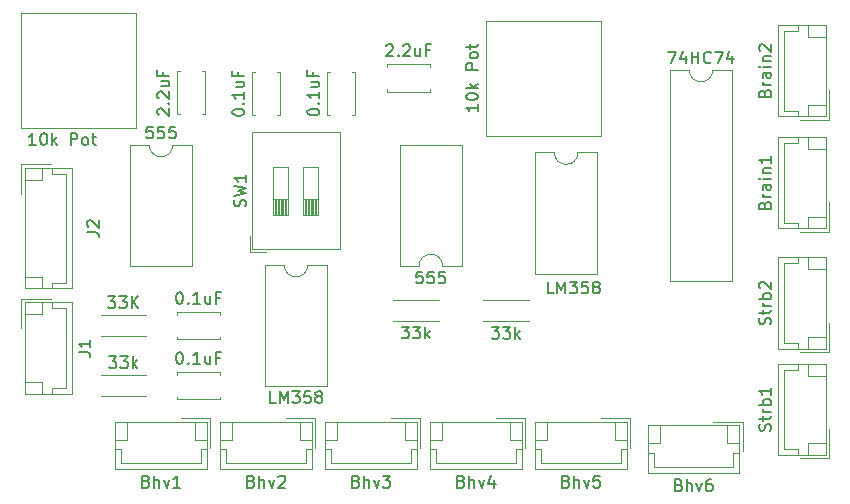
<source format=gbr>
%TF.GenerationSoftware,KiCad,Pcbnew,7.0.8-7.0.8~ubuntu22.04.1*%
%TF.CreationDate,2023-12-11T11:20:47-08:00*%
%TF.ProjectId,SimplifiedTrigger,53696d70-6c69-4666-9965-645472696767,rev?*%
%TF.SameCoordinates,Original*%
%TF.FileFunction,Legend,Top*%
%TF.FilePolarity,Positive*%
%FSLAX46Y46*%
G04 Gerber Fmt 4.6, Leading zero omitted, Abs format (unit mm)*
G04 Created by KiCad (PCBNEW 7.0.8-7.0.8~ubuntu22.04.1) date 2023-12-11 11:20:47*
%MOMM*%
%LPD*%
G01*
G04 APERTURE LIST*
%ADD10C,0.150000*%
%ADD11C,0.120000*%
G04 APERTURE END LIST*
D10*
X106059819Y-69548333D02*
X106774104Y-69548333D01*
X106774104Y-69548333D02*
X106916961Y-69595952D01*
X106916961Y-69595952D02*
X107012200Y-69691190D01*
X107012200Y-69691190D02*
X107059819Y-69834047D01*
X107059819Y-69834047D02*
X107059819Y-69929285D01*
X107059819Y-68548333D02*
X107059819Y-69119761D01*
X107059819Y-68834047D02*
X106059819Y-68834047D01*
X106059819Y-68834047D02*
X106202676Y-68929285D01*
X106202676Y-68929285D02*
X106297914Y-69024523D01*
X106297914Y-69024523D02*
X106345533Y-69119761D01*
X119074819Y-49287856D02*
X119074819Y-49192618D01*
X119074819Y-49192618D02*
X119122438Y-49097380D01*
X119122438Y-49097380D02*
X119170057Y-49049761D01*
X119170057Y-49049761D02*
X119265295Y-49002142D01*
X119265295Y-49002142D02*
X119455771Y-48954523D01*
X119455771Y-48954523D02*
X119693866Y-48954523D01*
X119693866Y-48954523D02*
X119884342Y-49002142D01*
X119884342Y-49002142D02*
X119979580Y-49049761D01*
X119979580Y-49049761D02*
X120027200Y-49097380D01*
X120027200Y-49097380D02*
X120074819Y-49192618D01*
X120074819Y-49192618D02*
X120074819Y-49287856D01*
X120074819Y-49287856D02*
X120027200Y-49383094D01*
X120027200Y-49383094D02*
X119979580Y-49430713D01*
X119979580Y-49430713D02*
X119884342Y-49478332D01*
X119884342Y-49478332D02*
X119693866Y-49525951D01*
X119693866Y-49525951D02*
X119455771Y-49525951D01*
X119455771Y-49525951D02*
X119265295Y-49478332D01*
X119265295Y-49478332D02*
X119170057Y-49430713D01*
X119170057Y-49430713D02*
X119122438Y-49383094D01*
X119122438Y-49383094D02*
X119074819Y-49287856D01*
X119979580Y-48525951D02*
X120027200Y-48478332D01*
X120027200Y-48478332D02*
X120074819Y-48525951D01*
X120074819Y-48525951D02*
X120027200Y-48573570D01*
X120027200Y-48573570D02*
X119979580Y-48525951D01*
X119979580Y-48525951D02*
X120074819Y-48525951D01*
X120074819Y-47525952D02*
X120074819Y-48097380D01*
X120074819Y-47811666D02*
X119074819Y-47811666D01*
X119074819Y-47811666D02*
X119217676Y-47906904D01*
X119217676Y-47906904D02*
X119312914Y-48002142D01*
X119312914Y-48002142D02*
X119360533Y-48097380D01*
X119408152Y-46668809D02*
X120074819Y-46668809D01*
X119408152Y-47097380D02*
X119931961Y-47097380D01*
X119931961Y-47097380D02*
X120027200Y-47049761D01*
X120027200Y-47049761D02*
X120074819Y-46954523D01*
X120074819Y-46954523D02*
X120074819Y-46811666D01*
X120074819Y-46811666D02*
X120027200Y-46716428D01*
X120027200Y-46716428D02*
X119979580Y-46668809D01*
X119551009Y-45859285D02*
X119551009Y-46192618D01*
X120074819Y-46192618D02*
X119074819Y-46192618D01*
X119074819Y-46192618D02*
X119074819Y-45716428D01*
X164136009Y-57082142D02*
X164183628Y-56939285D01*
X164183628Y-56939285D02*
X164231247Y-56891666D01*
X164231247Y-56891666D02*
X164326485Y-56844047D01*
X164326485Y-56844047D02*
X164469342Y-56844047D01*
X164469342Y-56844047D02*
X164564580Y-56891666D01*
X164564580Y-56891666D02*
X164612200Y-56939285D01*
X164612200Y-56939285D02*
X164659819Y-57034523D01*
X164659819Y-57034523D02*
X164659819Y-57415475D01*
X164659819Y-57415475D02*
X163659819Y-57415475D01*
X163659819Y-57415475D02*
X163659819Y-57082142D01*
X163659819Y-57082142D02*
X163707438Y-56986904D01*
X163707438Y-56986904D02*
X163755057Y-56939285D01*
X163755057Y-56939285D02*
X163850295Y-56891666D01*
X163850295Y-56891666D02*
X163945533Y-56891666D01*
X163945533Y-56891666D02*
X164040771Y-56939285D01*
X164040771Y-56939285D02*
X164088390Y-56986904D01*
X164088390Y-56986904D02*
X164136009Y-57082142D01*
X164136009Y-57082142D02*
X164136009Y-57415475D01*
X164659819Y-56415475D02*
X163993152Y-56415475D01*
X164183628Y-56415475D02*
X164088390Y-56367856D01*
X164088390Y-56367856D02*
X164040771Y-56320237D01*
X164040771Y-56320237D02*
X163993152Y-56224999D01*
X163993152Y-56224999D02*
X163993152Y-56129761D01*
X164659819Y-55367856D02*
X164136009Y-55367856D01*
X164136009Y-55367856D02*
X164040771Y-55415475D01*
X164040771Y-55415475D02*
X163993152Y-55510713D01*
X163993152Y-55510713D02*
X163993152Y-55701189D01*
X163993152Y-55701189D02*
X164040771Y-55796427D01*
X164612200Y-55367856D02*
X164659819Y-55463094D01*
X164659819Y-55463094D02*
X164659819Y-55701189D01*
X164659819Y-55701189D02*
X164612200Y-55796427D01*
X164612200Y-55796427D02*
X164516961Y-55844046D01*
X164516961Y-55844046D02*
X164421723Y-55844046D01*
X164421723Y-55844046D02*
X164326485Y-55796427D01*
X164326485Y-55796427D02*
X164278866Y-55701189D01*
X164278866Y-55701189D02*
X164278866Y-55463094D01*
X164278866Y-55463094D02*
X164231247Y-55367856D01*
X164659819Y-54891665D02*
X163993152Y-54891665D01*
X163659819Y-54891665D02*
X163707438Y-54939284D01*
X163707438Y-54939284D02*
X163755057Y-54891665D01*
X163755057Y-54891665D02*
X163707438Y-54844046D01*
X163707438Y-54844046D02*
X163659819Y-54891665D01*
X163659819Y-54891665D02*
X163755057Y-54891665D01*
X163993152Y-54415475D02*
X164659819Y-54415475D01*
X164088390Y-54415475D02*
X164040771Y-54367856D01*
X164040771Y-54367856D02*
X163993152Y-54272618D01*
X163993152Y-54272618D02*
X163993152Y-54129761D01*
X163993152Y-54129761D02*
X164040771Y-54034523D01*
X164040771Y-54034523D02*
X164136009Y-53986904D01*
X164136009Y-53986904D02*
X164659819Y-53986904D01*
X164659819Y-52986904D02*
X164659819Y-53558332D01*
X164659819Y-53272618D02*
X163659819Y-53272618D01*
X163659819Y-53272618D02*
X163802676Y-53367856D01*
X163802676Y-53367856D02*
X163897914Y-53463094D01*
X163897914Y-53463094D02*
X163945533Y-53558332D01*
X147351904Y-80501009D02*
X147494761Y-80548628D01*
X147494761Y-80548628D02*
X147542380Y-80596247D01*
X147542380Y-80596247D02*
X147589999Y-80691485D01*
X147589999Y-80691485D02*
X147589999Y-80834342D01*
X147589999Y-80834342D02*
X147542380Y-80929580D01*
X147542380Y-80929580D02*
X147494761Y-80977200D01*
X147494761Y-80977200D02*
X147399523Y-81024819D01*
X147399523Y-81024819D02*
X147018571Y-81024819D01*
X147018571Y-81024819D02*
X147018571Y-80024819D01*
X147018571Y-80024819D02*
X147351904Y-80024819D01*
X147351904Y-80024819D02*
X147447142Y-80072438D01*
X147447142Y-80072438D02*
X147494761Y-80120057D01*
X147494761Y-80120057D02*
X147542380Y-80215295D01*
X147542380Y-80215295D02*
X147542380Y-80310533D01*
X147542380Y-80310533D02*
X147494761Y-80405771D01*
X147494761Y-80405771D02*
X147447142Y-80453390D01*
X147447142Y-80453390D02*
X147351904Y-80501009D01*
X147351904Y-80501009D02*
X147018571Y-80501009D01*
X148018571Y-81024819D02*
X148018571Y-80024819D01*
X148447142Y-81024819D02*
X148447142Y-80501009D01*
X148447142Y-80501009D02*
X148399523Y-80405771D01*
X148399523Y-80405771D02*
X148304285Y-80358152D01*
X148304285Y-80358152D02*
X148161428Y-80358152D01*
X148161428Y-80358152D02*
X148066190Y-80405771D01*
X148066190Y-80405771D02*
X148018571Y-80453390D01*
X148828095Y-80358152D02*
X149066190Y-81024819D01*
X149066190Y-81024819D02*
X149304285Y-80358152D01*
X150161428Y-80024819D02*
X149685238Y-80024819D01*
X149685238Y-80024819D02*
X149637619Y-80501009D01*
X149637619Y-80501009D02*
X149685238Y-80453390D01*
X149685238Y-80453390D02*
X149780476Y-80405771D01*
X149780476Y-80405771D02*
X150018571Y-80405771D01*
X150018571Y-80405771D02*
X150113809Y-80453390D01*
X150113809Y-80453390D02*
X150161428Y-80501009D01*
X150161428Y-80501009D02*
X150209047Y-80596247D01*
X150209047Y-80596247D02*
X150209047Y-80834342D01*
X150209047Y-80834342D02*
X150161428Y-80929580D01*
X150161428Y-80929580D02*
X150113809Y-80977200D01*
X150113809Y-80977200D02*
X150018571Y-81024819D01*
X150018571Y-81024819D02*
X149780476Y-81024819D01*
X149780476Y-81024819D02*
X149685238Y-80977200D01*
X149685238Y-80977200D02*
X149637619Y-80929580D01*
X120177200Y-57213332D02*
X120224819Y-57070475D01*
X120224819Y-57070475D02*
X120224819Y-56832380D01*
X120224819Y-56832380D02*
X120177200Y-56737142D01*
X120177200Y-56737142D02*
X120129580Y-56689523D01*
X120129580Y-56689523D02*
X120034342Y-56641904D01*
X120034342Y-56641904D02*
X119939104Y-56641904D01*
X119939104Y-56641904D02*
X119843866Y-56689523D01*
X119843866Y-56689523D02*
X119796247Y-56737142D01*
X119796247Y-56737142D02*
X119748628Y-56832380D01*
X119748628Y-56832380D02*
X119701009Y-57022856D01*
X119701009Y-57022856D02*
X119653390Y-57118094D01*
X119653390Y-57118094D02*
X119605771Y-57165713D01*
X119605771Y-57165713D02*
X119510533Y-57213332D01*
X119510533Y-57213332D02*
X119415295Y-57213332D01*
X119415295Y-57213332D02*
X119320057Y-57165713D01*
X119320057Y-57165713D02*
X119272438Y-57118094D01*
X119272438Y-57118094D02*
X119224819Y-57022856D01*
X119224819Y-57022856D02*
X119224819Y-56784761D01*
X119224819Y-56784761D02*
X119272438Y-56641904D01*
X119224819Y-56308570D02*
X120224819Y-56070475D01*
X120224819Y-56070475D02*
X119510533Y-55879999D01*
X119510533Y-55879999D02*
X120224819Y-55689523D01*
X120224819Y-55689523D02*
X119224819Y-55451428D01*
X120224819Y-54546666D02*
X120224819Y-55118094D01*
X120224819Y-54832380D02*
X119224819Y-54832380D01*
X119224819Y-54832380D02*
X119367676Y-54927618D01*
X119367676Y-54927618D02*
X119462914Y-55022856D01*
X119462914Y-55022856D02*
X119510533Y-55118094D01*
X108640714Y-69924819D02*
X109259761Y-69924819D01*
X109259761Y-69924819D02*
X108926428Y-70305771D01*
X108926428Y-70305771D02*
X109069285Y-70305771D01*
X109069285Y-70305771D02*
X109164523Y-70353390D01*
X109164523Y-70353390D02*
X109212142Y-70401009D01*
X109212142Y-70401009D02*
X109259761Y-70496247D01*
X109259761Y-70496247D02*
X109259761Y-70734342D01*
X109259761Y-70734342D02*
X109212142Y-70829580D01*
X109212142Y-70829580D02*
X109164523Y-70877200D01*
X109164523Y-70877200D02*
X109069285Y-70924819D01*
X109069285Y-70924819D02*
X108783571Y-70924819D01*
X108783571Y-70924819D02*
X108688333Y-70877200D01*
X108688333Y-70877200D02*
X108640714Y-70829580D01*
X109593095Y-69924819D02*
X110212142Y-69924819D01*
X110212142Y-69924819D02*
X109878809Y-70305771D01*
X109878809Y-70305771D02*
X110021666Y-70305771D01*
X110021666Y-70305771D02*
X110116904Y-70353390D01*
X110116904Y-70353390D02*
X110164523Y-70401009D01*
X110164523Y-70401009D02*
X110212142Y-70496247D01*
X110212142Y-70496247D02*
X110212142Y-70734342D01*
X110212142Y-70734342D02*
X110164523Y-70829580D01*
X110164523Y-70829580D02*
X110116904Y-70877200D01*
X110116904Y-70877200D02*
X110021666Y-70924819D01*
X110021666Y-70924819D02*
X109735952Y-70924819D01*
X109735952Y-70924819D02*
X109640714Y-70877200D01*
X109640714Y-70877200D02*
X109593095Y-70829580D01*
X110640714Y-70924819D02*
X110640714Y-69924819D01*
X110735952Y-70543866D02*
X111021666Y-70924819D01*
X111021666Y-70258152D02*
X110640714Y-70639104D01*
X135165714Y-62734819D02*
X134689524Y-62734819D01*
X134689524Y-62734819D02*
X134641905Y-63211009D01*
X134641905Y-63211009D02*
X134689524Y-63163390D01*
X134689524Y-63163390D02*
X134784762Y-63115771D01*
X134784762Y-63115771D02*
X135022857Y-63115771D01*
X135022857Y-63115771D02*
X135118095Y-63163390D01*
X135118095Y-63163390D02*
X135165714Y-63211009D01*
X135165714Y-63211009D02*
X135213333Y-63306247D01*
X135213333Y-63306247D02*
X135213333Y-63544342D01*
X135213333Y-63544342D02*
X135165714Y-63639580D01*
X135165714Y-63639580D02*
X135118095Y-63687200D01*
X135118095Y-63687200D02*
X135022857Y-63734819D01*
X135022857Y-63734819D02*
X134784762Y-63734819D01*
X134784762Y-63734819D02*
X134689524Y-63687200D01*
X134689524Y-63687200D02*
X134641905Y-63639580D01*
X136118095Y-62734819D02*
X135641905Y-62734819D01*
X135641905Y-62734819D02*
X135594286Y-63211009D01*
X135594286Y-63211009D02*
X135641905Y-63163390D01*
X135641905Y-63163390D02*
X135737143Y-63115771D01*
X135737143Y-63115771D02*
X135975238Y-63115771D01*
X135975238Y-63115771D02*
X136070476Y-63163390D01*
X136070476Y-63163390D02*
X136118095Y-63211009D01*
X136118095Y-63211009D02*
X136165714Y-63306247D01*
X136165714Y-63306247D02*
X136165714Y-63544342D01*
X136165714Y-63544342D02*
X136118095Y-63639580D01*
X136118095Y-63639580D02*
X136070476Y-63687200D01*
X136070476Y-63687200D02*
X135975238Y-63734819D01*
X135975238Y-63734819D02*
X135737143Y-63734819D01*
X135737143Y-63734819D02*
X135641905Y-63687200D01*
X135641905Y-63687200D02*
X135594286Y-63639580D01*
X137070476Y-62734819D02*
X136594286Y-62734819D01*
X136594286Y-62734819D02*
X136546667Y-63211009D01*
X136546667Y-63211009D02*
X136594286Y-63163390D01*
X136594286Y-63163390D02*
X136689524Y-63115771D01*
X136689524Y-63115771D02*
X136927619Y-63115771D01*
X136927619Y-63115771D02*
X137022857Y-63163390D01*
X137022857Y-63163390D02*
X137070476Y-63211009D01*
X137070476Y-63211009D02*
X137118095Y-63306247D01*
X137118095Y-63306247D02*
X137118095Y-63544342D01*
X137118095Y-63544342D02*
X137070476Y-63639580D01*
X137070476Y-63639580D02*
X137022857Y-63687200D01*
X137022857Y-63687200D02*
X136927619Y-63734819D01*
X136927619Y-63734819D02*
X136689524Y-63734819D01*
X136689524Y-63734819D02*
X136594286Y-63687200D01*
X136594286Y-63687200D02*
X136546667Y-63639580D01*
X133405714Y-67399819D02*
X134024761Y-67399819D01*
X134024761Y-67399819D02*
X133691428Y-67780771D01*
X133691428Y-67780771D02*
X133834285Y-67780771D01*
X133834285Y-67780771D02*
X133929523Y-67828390D01*
X133929523Y-67828390D02*
X133977142Y-67876009D01*
X133977142Y-67876009D02*
X134024761Y-67971247D01*
X134024761Y-67971247D02*
X134024761Y-68209342D01*
X134024761Y-68209342D02*
X133977142Y-68304580D01*
X133977142Y-68304580D02*
X133929523Y-68352200D01*
X133929523Y-68352200D02*
X133834285Y-68399819D01*
X133834285Y-68399819D02*
X133548571Y-68399819D01*
X133548571Y-68399819D02*
X133453333Y-68352200D01*
X133453333Y-68352200D02*
X133405714Y-68304580D01*
X134358095Y-67399819D02*
X134977142Y-67399819D01*
X134977142Y-67399819D02*
X134643809Y-67780771D01*
X134643809Y-67780771D02*
X134786666Y-67780771D01*
X134786666Y-67780771D02*
X134881904Y-67828390D01*
X134881904Y-67828390D02*
X134929523Y-67876009D01*
X134929523Y-67876009D02*
X134977142Y-67971247D01*
X134977142Y-67971247D02*
X134977142Y-68209342D01*
X134977142Y-68209342D02*
X134929523Y-68304580D01*
X134929523Y-68304580D02*
X134881904Y-68352200D01*
X134881904Y-68352200D02*
X134786666Y-68399819D01*
X134786666Y-68399819D02*
X134500952Y-68399819D01*
X134500952Y-68399819D02*
X134405714Y-68352200D01*
X134405714Y-68352200D02*
X134358095Y-68304580D01*
X135405714Y-68399819D02*
X135405714Y-67399819D01*
X135500952Y-68018866D02*
X135786666Y-68399819D01*
X135786666Y-67733152D02*
X135405714Y-68114104D01*
X122769523Y-73860819D02*
X122293333Y-73860819D01*
X122293333Y-73860819D02*
X122293333Y-72860819D01*
X123102857Y-73860819D02*
X123102857Y-72860819D01*
X123102857Y-72860819D02*
X123436190Y-73575104D01*
X123436190Y-73575104D02*
X123769523Y-72860819D01*
X123769523Y-72860819D02*
X123769523Y-73860819D01*
X124150476Y-72860819D02*
X124769523Y-72860819D01*
X124769523Y-72860819D02*
X124436190Y-73241771D01*
X124436190Y-73241771D02*
X124579047Y-73241771D01*
X124579047Y-73241771D02*
X124674285Y-73289390D01*
X124674285Y-73289390D02*
X124721904Y-73337009D01*
X124721904Y-73337009D02*
X124769523Y-73432247D01*
X124769523Y-73432247D02*
X124769523Y-73670342D01*
X124769523Y-73670342D02*
X124721904Y-73765580D01*
X124721904Y-73765580D02*
X124674285Y-73813200D01*
X124674285Y-73813200D02*
X124579047Y-73860819D01*
X124579047Y-73860819D02*
X124293333Y-73860819D01*
X124293333Y-73860819D02*
X124198095Y-73813200D01*
X124198095Y-73813200D02*
X124150476Y-73765580D01*
X125674285Y-72860819D02*
X125198095Y-72860819D01*
X125198095Y-72860819D02*
X125150476Y-73337009D01*
X125150476Y-73337009D02*
X125198095Y-73289390D01*
X125198095Y-73289390D02*
X125293333Y-73241771D01*
X125293333Y-73241771D02*
X125531428Y-73241771D01*
X125531428Y-73241771D02*
X125626666Y-73289390D01*
X125626666Y-73289390D02*
X125674285Y-73337009D01*
X125674285Y-73337009D02*
X125721904Y-73432247D01*
X125721904Y-73432247D02*
X125721904Y-73670342D01*
X125721904Y-73670342D02*
X125674285Y-73765580D01*
X125674285Y-73765580D02*
X125626666Y-73813200D01*
X125626666Y-73813200D02*
X125531428Y-73860819D01*
X125531428Y-73860819D02*
X125293333Y-73860819D01*
X125293333Y-73860819D02*
X125198095Y-73813200D01*
X125198095Y-73813200D02*
X125150476Y-73765580D01*
X126293333Y-73289390D02*
X126198095Y-73241771D01*
X126198095Y-73241771D02*
X126150476Y-73194152D01*
X126150476Y-73194152D02*
X126102857Y-73098914D01*
X126102857Y-73098914D02*
X126102857Y-73051295D01*
X126102857Y-73051295D02*
X126150476Y-72956057D01*
X126150476Y-72956057D02*
X126198095Y-72908438D01*
X126198095Y-72908438D02*
X126293333Y-72860819D01*
X126293333Y-72860819D02*
X126483809Y-72860819D01*
X126483809Y-72860819D02*
X126579047Y-72908438D01*
X126579047Y-72908438D02*
X126626666Y-72956057D01*
X126626666Y-72956057D02*
X126674285Y-73051295D01*
X126674285Y-73051295D02*
X126674285Y-73098914D01*
X126674285Y-73098914D02*
X126626666Y-73194152D01*
X126626666Y-73194152D02*
X126579047Y-73241771D01*
X126579047Y-73241771D02*
X126483809Y-73289390D01*
X126483809Y-73289390D02*
X126293333Y-73289390D01*
X126293333Y-73289390D02*
X126198095Y-73337009D01*
X126198095Y-73337009D02*
X126150476Y-73384628D01*
X126150476Y-73384628D02*
X126102857Y-73479866D01*
X126102857Y-73479866D02*
X126102857Y-73670342D01*
X126102857Y-73670342D02*
X126150476Y-73765580D01*
X126150476Y-73765580D02*
X126198095Y-73813200D01*
X126198095Y-73813200D02*
X126293333Y-73860819D01*
X126293333Y-73860819D02*
X126483809Y-73860819D01*
X126483809Y-73860819D02*
X126579047Y-73813200D01*
X126579047Y-73813200D02*
X126626666Y-73765580D01*
X126626666Y-73765580D02*
X126674285Y-73670342D01*
X126674285Y-73670342D02*
X126674285Y-73479866D01*
X126674285Y-73479866D02*
X126626666Y-73384628D01*
X126626666Y-73384628D02*
X126579047Y-73337009D01*
X126579047Y-73337009D02*
X126483809Y-73289390D01*
X114562143Y-64464819D02*
X114657381Y-64464819D01*
X114657381Y-64464819D02*
X114752619Y-64512438D01*
X114752619Y-64512438D02*
X114800238Y-64560057D01*
X114800238Y-64560057D02*
X114847857Y-64655295D01*
X114847857Y-64655295D02*
X114895476Y-64845771D01*
X114895476Y-64845771D02*
X114895476Y-65083866D01*
X114895476Y-65083866D02*
X114847857Y-65274342D01*
X114847857Y-65274342D02*
X114800238Y-65369580D01*
X114800238Y-65369580D02*
X114752619Y-65417200D01*
X114752619Y-65417200D02*
X114657381Y-65464819D01*
X114657381Y-65464819D02*
X114562143Y-65464819D01*
X114562143Y-65464819D02*
X114466905Y-65417200D01*
X114466905Y-65417200D02*
X114419286Y-65369580D01*
X114419286Y-65369580D02*
X114371667Y-65274342D01*
X114371667Y-65274342D02*
X114324048Y-65083866D01*
X114324048Y-65083866D02*
X114324048Y-64845771D01*
X114324048Y-64845771D02*
X114371667Y-64655295D01*
X114371667Y-64655295D02*
X114419286Y-64560057D01*
X114419286Y-64560057D02*
X114466905Y-64512438D01*
X114466905Y-64512438D02*
X114562143Y-64464819D01*
X115324048Y-65369580D02*
X115371667Y-65417200D01*
X115371667Y-65417200D02*
X115324048Y-65464819D01*
X115324048Y-65464819D02*
X115276429Y-65417200D01*
X115276429Y-65417200D02*
X115324048Y-65369580D01*
X115324048Y-65369580D02*
X115324048Y-65464819D01*
X116324047Y-65464819D02*
X115752619Y-65464819D01*
X116038333Y-65464819D02*
X116038333Y-64464819D01*
X116038333Y-64464819D02*
X115943095Y-64607676D01*
X115943095Y-64607676D02*
X115847857Y-64702914D01*
X115847857Y-64702914D02*
X115752619Y-64750533D01*
X117181190Y-64798152D02*
X117181190Y-65464819D01*
X116752619Y-64798152D02*
X116752619Y-65321961D01*
X116752619Y-65321961D02*
X116800238Y-65417200D01*
X116800238Y-65417200D02*
X116895476Y-65464819D01*
X116895476Y-65464819D02*
X117038333Y-65464819D01*
X117038333Y-65464819D02*
X117133571Y-65417200D01*
X117133571Y-65417200D02*
X117181190Y-65369580D01*
X117990714Y-64941009D02*
X117657381Y-64941009D01*
X117657381Y-65464819D02*
X117657381Y-64464819D01*
X117657381Y-64464819D02*
X118133571Y-64464819D01*
X108545476Y-64844819D02*
X109164523Y-64844819D01*
X109164523Y-64844819D02*
X108831190Y-65225771D01*
X108831190Y-65225771D02*
X108974047Y-65225771D01*
X108974047Y-65225771D02*
X109069285Y-65273390D01*
X109069285Y-65273390D02*
X109116904Y-65321009D01*
X109116904Y-65321009D02*
X109164523Y-65416247D01*
X109164523Y-65416247D02*
X109164523Y-65654342D01*
X109164523Y-65654342D02*
X109116904Y-65749580D01*
X109116904Y-65749580D02*
X109069285Y-65797200D01*
X109069285Y-65797200D02*
X108974047Y-65844819D01*
X108974047Y-65844819D02*
X108688333Y-65844819D01*
X108688333Y-65844819D02*
X108593095Y-65797200D01*
X108593095Y-65797200D02*
X108545476Y-65749580D01*
X109497857Y-64844819D02*
X110116904Y-64844819D01*
X110116904Y-64844819D02*
X109783571Y-65225771D01*
X109783571Y-65225771D02*
X109926428Y-65225771D01*
X109926428Y-65225771D02*
X110021666Y-65273390D01*
X110021666Y-65273390D02*
X110069285Y-65321009D01*
X110069285Y-65321009D02*
X110116904Y-65416247D01*
X110116904Y-65416247D02*
X110116904Y-65654342D01*
X110116904Y-65654342D02*
X110069285Y-65749580D01*
X110069285Y-65749580D02*
X110021666Y-65797200D01*
X110021666Y-65797200D02*
X109926428Y-65844819D01*
X109926428Y-65844819D02*
X109640714Y-65844819D01*
X109640714Y-65844819D02*
X109545476Y-65797200D01*
X109545476Y-65797200D02*
X109497857Y-65749580D01*
X110545476Y-65844819D02*
X110545476Y-64844819D01*
X111116904Y-65844819D02*
X110688333Y-65273390D01*
X111116904Y-64844819D02*
X110545476Y-65416247D01*
X129571904Y-80501009D02*
X129714761Y-80548628D01*
X129714761Y-80548628D02*
X129762380Y-80596247D01*
X129762380Y-80596247D02*
X129809999Y-80691485D01*
X129809999Y-80691485D02*
X129809999Y-80834342D01*
X129809999Y-80834342D02*
X129762380Y-80929580D01*
X129762380Y-80929580D02*
X129714761Y-80977200D01*
X129714761Y-80977200D02*
X129619523Y-81024819D01*
X129619523Y-81024819D02*
X129238571Y-81024819D01*
X129238571Y-81024819D02*
X129238571Y-80024819D01*
X129238571Y-80024819D02*
X129571904Y-80024819D01*
X129571904Y-80024819D02*
X129667142Y-80072438D01*
X129667142Y-80072438D02*
X129714761Y-80120057D01*
X129714761Y-80120057D02*
X129762380Y-80215295D01*
X129762380Y-80215295D02*
X129762380Y-80310533D01*
X129762380Y-80310533D02*
X129714761Y-80405771D01*
X129714761Y-80405771D02*
X129667142Y-80453390D01*
X129667142Y-80453390D02*
X129571904Y-80501009D01*
X129571904Y-80501009D02*
X129238571Y-80501009D01*
X130238571Y-81024819D02*
X130238571Y-80024819D01*
X130667142Y-81024819D02*
X130667142Y-80501009D01*
X130667142Y-80501009D02*
X130619523Y-80405771D01*
X130619523Y-80405771D02*
X130524285Y-80358152D01*
X130524285Y-80358152D02*
X130381428Y-80358152D01*
X130381428Y-80358152D02*
X130286190Y-80405771D01*
X130286190Y-80405771D02*
X130238571Y-80453390D01*
X131048095Y-80358152D02*
X131286190Y-81024819D01*
X131286190Y-81024819D02*
X131524285Y-80358152D01*
X131810000Y-80024819D02*
X132429047Y-80024819D01*
X132429047Y-80024819D02*
X132095714Y-80405771D01*
X132095714Y-80405771D02*
X132238571Y-80405771D01*
X132238571Y-80405771D02*
X132333809Y-80453390D01*
X132333809Y-80453390D02*
X132381428Y-80501009D01*
X132381428Y-80501009D02*
X132429047Y-80596247D01*
X132429047Y-80596247D02*
X132429047Y-80834342D01*
X132429047Y-80834342D02*
X132381428Y-80929580D01*
X132381428Y-80929580D02*
X132333809Y-80977200D01*
X132333809Y-80977200D02*
X132238571Y-81024819D01*
X132238571Y-81024819D02*
X131952857Y-81024819D01*
X131952857Y-81024819D02*
X131857619Y-80977200D01*
X131857619Y-80977200D02*
X131810000Y-80929580D01*
X102433713Y-52016819D02*
X101862285Y-52016819D01*
X102147999Y-52016819D02*
X102147999Y-51016819D01*
X102147999Y-51016819D02*
X102052761Y-51159676D01*
X102052761Y-51159676D02*
X101957523Y-51254914D01*
X101957523Y-51254914D02*
X101862285Y-51302533D01*
X103052761Y-51016819D02*
X103147999Y-51016819D01*
X103147999Y-51016819D02*
X103243237Y-51064438D01*
X103243237Y-51064438D02*
X103290856Y-51112057D01*
X103290856Y-51112057D02*
X103338475Y-51207295D01*
X103338475Y-51207295D02*
X103386094Y-51397771D01*
X103386094Y-51397771D02*
X103386094Y-51635866D01*
X103386094Y-51635866D02*
X103338475Y-51826342D01*
X103338475Y-51826342D02*
X103290856Y-51921580D01*
X103290856Y-51921580D02*
X103243237Y-51969200D01*
X103243237Y-51969200D02*
X103147999Y-52016819D01*
X103147999Y-52016819D02*
X103052761Y-52016819D01*
X103052761Y-52016819D02*
X102957523Y-51969200D01*
X102957523Y-51969200D02*
X102909904Y-51921580D01*
X102909904Y-51921580D02*
X102862285Y-51826342D01*
X102862285Y-51826342D02*
X102814666Y-51635866D01*
X102814666Y-51635866D02*
X102814666Y-51397771D01*
X102814666Y-51397771D02*
X102862285Y-51207295D01*
X102862285Y-51207295D02*
X102909904Y-51112057D01*
X102909904Y-51112057D02*
X102957523Y-51064438D01*
X102957523Y-51064438D02*
X103052761Y-51016819D01*
X103814666Y-52016819D02*
X103814666Y-51016819D01*
X103909904Y-51635866D02*
X104195618Y-52016819D01*
X104195618Y-51350152D02*
X103814666Y-51731104D01*
X105386095Y-52016819D02*
X105386095Y-51016819D01*
X105386095Y-51016819D02*
X105767047Y-51016819D01*
X105767047Y-51016819D02*
X105862285Y-51064438D01*
X105862285Y-51064438D02*
X105909904Y-51112057D01*
X105909904Y-51112057D02*
X105957523Y-51207295D01*
X105957523Y-51207295D02*
X105957523Y-51350152D01*
X105957523Y-51350152D02*
X105909904Y-51445390D01*
X105909904Y-51445390D02*
X105862285Y-51493009D01*
X105862285Y-51493009D02*
X105767047Y-51540628D01*
X105767047Y-51540628D02*
X105386095Y-51540628D01*
X106528952Y-52016819D02*
X106433714Y-51969200D01*
X106433714Y-51969200D02*
X106386095Y-51921580D01*
X106386095Y-51921580D02*
X106338476Y-51826342D01*
X106338476Y-51826342D02*
X106338476Y-51540628D01*
X106338476Y-51540628D02*
X106386095Y-51445390D01*
X106386095Y-51445390D02*
X106433714Y-51397771D01*
X106433714Y-51397771D02*
X106528952Y-51350152D01*
X106528952Y-51350152D02*
X106671809Y-51350152D01*
X106671809Y-51350152D02*
X106767047Y-51397771D01*
X106767047Y-51397771D02*
X106814666Y-51445390D01*
X106814666Y-51445390D02*
X106862285Y-51540628D01*
X106862285Y-51540628D02*
X106862285Y-51826342D01*
X106862285Y-51826342D02*
X106814666Y-51921580D01*
X106814666Y-51921580D02*
X106767047Y-51969200D01*
X106767047Y-51969200D02*
X106671809Y-52016819D01*
X106671809Y-52016819D02*
X106528952Y-52016819D01*
X107148000Y-51350152D02*
X107528952Y-51350152D01*
X107290857Y-51016819D02*
X107290857Y-51873961D01*
X107290857Y-51873961D02*
X107338476Y-51969200D01*
X107338476Y-51969200D02*
X107433714Y-52016819D01*
X107433714Y-52016819D02*
X107528952Y-52016819D01*
X164612200Y-67214523D02*
X164659819Y-67071666D01*
X164659819Y-67071666D02*
X164659819Y-66833571D01*
X164659819Y-66833571D02*
X164612200Y-66738333D01*
X164612200Y-66738333D02*
X164564580Y-66690714D01*
X164564580Y-66690714D02*
X164469342Y-66643095D01*
X164469342Y-66643095D02*
X164374104Y-66643095D01*
X164374104Y-66643095D02*
X164278866Y-66690714D01*
X164278866Y-66690714D02*
X164231247Y-66738333D01*
X164231247Y-66738333D02*
X164183628Y-66833571D01*
X164183628Y-66833571D02*
X164136009Y-67024047D01*
X164136009Y-67024047D02*
X164088390Y-67119285D01*
X164088390Y-67119285D02*
X164040771Y-67166904D01*
X164040771Y-67166904D02*
X163945533Y-67214523D01*
X163945533Y-67214523D02*
X163850295Y-67214523D01*
X163850295Y-67214523D02*
X163755057Y-67166904D01*
X163755057Y-67166904D02*
X163707438Y-67119285D01*
X163707438Y-67119285D02*
X163659819Y-67024047D01*
X163659819Y-67024047D02*
X163659819Y-66785952D01*
X163659819Y-66785952D02*
X163707438Y-66643095D01*
X163993152Y-66357380D02*
X163993152Y-65976428D01*
X163659819Y-66214523D02*
X164516961Y-66214523D01*
X164516961Y-66214523D02*
X164612200Y-66166904D01*
X164612200Y-66166904D02*
X164659819Y-66071666D01*
X164659819Y-66071666D02*
X164659819Y-65976428D01*
X164659819Y-65643094D02*
X163993152Y-65643094D01*
X164183628Y-65643094D02*
X164088390Y-65595475D01*
X164088390Y-65595475D02*
X164040771Y-65547856D01*
X164040771Y-65547856D02*
X163993152Y-65452618D01*
X163993152Y-65452618D02*
X163993152Y-65357380D01*
X164659819Y-65024046D02*
X163659819Y-65024046D01*
X164040771Y-65024046D02*
X163993152Y-64928808D01*
X163993152Y-64928808D02*
X163993152Y-64738332D01*
X163993152Y-64738332D02*
X164040771Y-64643094D01*
X164040771Y-64643094D02*
X164088390Y-64595475D01*
X164088390Y-64595475D02*
X164183628Y-64547856D01*
X164183628Y-64547856D02*
X164469342Y-64547856D01*
X164469342Y-64547856D02*
X164564580Y-64595475D01*
X164564580Y-64595475D02*
X164612200Y-64643094D01*
X164612200Y-64643094D02*
X164659819Y-64738332D01*
X164659819Y-64738332D02*
X164659819Y-64928808D01*
X164659819Y-64928808D02*
X164612200Y-65024046D01*
X163755057Y-64166903D02*
X163707438Y-64119284D01*
X163707438Y-64119284D02*
X163659819Y-64024046D01*
X163659819Y-64024046D02*
X163659819Y-63785951D01*
X163659819Y-63785951D02*
X163707438Y-63690713D01*
X163707438Y-63690713D02*
X163755057Y-63643094D01*
X163755057Y-63643094D02*
X163850295Y-63595475D01*
X163850295Y-63595475D02*
X163945533Y-63595475D01*
X163945533Y-63595475D02*
X164088390Y-63643094D01*
X164088390Y-63643094D02*
X164659819Y-64214522D01*
X164659819Y-64214522D02*
X164659819Y-63595475D01*
X156876904Y-80801009D02*
X157019761Y-80848628D01*
X157019761Y-80848628D02*
X157067380Y-80896247D01*
X157067380Y-80896247D02*
X157114999Y-80991485D01*
X157114999Y-80991485D02*
X157114999Y-81134342D01*
X157114999Y-81134342D02*
X157067380Y-81229580D01*
X157067380Y-81229580D02*
X157019761Y-81277200D01*
X157019761Y-81277200D02*
X156924523Y-81324819D01*
X156924523Y-81324819D02*
X156543571Y-81324819D01*
X156543571Y-81324819D02*
X156543571Y-80324819D01*
X156543571Y-80324819D02*
X156876904Y-80324819D01*
X156876904Y-80324819D02*
X156972142Y-80372438D01*
X156972142Y-80372438D02*
X157019761Y-80420057D01*
X157019761Y-80420057D02*
X157067380Y-80515295D01*
X157067380Y-80515295D02*
X157067380Y-80610533D01*
X157067380Y-80610533D02*
X157019761Y-80705771D01*
X157019761Y-80705771D02*
X156972142Y-80753390D01*
X156972142Y-80753390D02*
X156876904Y-80801009D01*
X156876904Y-80801009D02*
X156543571Y-80801009D01*
X157543571Y-81324819D02*
X157543571Y-80324819D01*
X157972142Y-81324819D02*
X157972142Y-80801009D01*
X157972142Y-80801009D02*
X157924523Y-80705771D01*
X157924523Y-80705771D02*
X157829285Y-80658152D01*
X157829285Y-80658152D02*
X157686428Y-80658152D01*
X157686428Y-80658152D02*
X157591190Y-80705771D01*
X157591190Y-80705771D02*
X157543571Y-80753390D01*
X158353095Y-80658152D02*
X158591190Y-81324819D01*
X158591190Y-81324819D02*
X158829285Y-80658152D01*
X159638809Y-80324819D02*
X159448333Y-80324819D01*
X159448333Y-80324819D02*
X159353095Y-80372438D01*
X159353095Y-80372438D02*
X159305476Y-80420057D01*
X159305476Y-80420057D02*
X159210238Y-80562914D01*
X159210238Y-80562914D02*
X159162619Y-80753390D01*
X159162619Y-80753390D02*
X159162619Y-81134342D01*
X159162619Y-81134342D02*
X159210238Y-81229580D01*
X159210238Y-81229580D02*
X159257857Y-81277200D01*
X159257857Y-81277200D02*
X159353095Y-81324819D01*
X159353095Y-81324819D02*
X159543571Y-81324819D01*
X159543571Y-81324819D02*
X159638809Y-81277200D01*
X159638809Y-81277200D02*
X159686428Y-81229580D01*
X159686428Y-81229580D02*
X159734047Y-81134342D01*
X159734047Y-81134342D02*
X159734047Y-80896247D01*
X159734047Y-80896247D02*
X159686428Y-80801009D01*
X159686428Y-80801009D02*
X159638809Y-80753390D01*
X159638809Y-80753390D02*
X159543571Y-80705771D01*
X159543571Y-80705771D02*
X159353095Y-80705771D01*
X159353095Y-80705771D02*
X159257857Y-80753390D01*
X159257857Y-80753390D02*
X159210238Y-80801009D01*
X159210238Y-80801009D02*
X159162619Y-80896247D01*
X125424819Y-49267856D02*
X125424819Y-49172618D01*
X125424819Y-49172618D02*
X125472438Y-49077380D01*
X125472438Y-49077380D02*
X125520057Y-49029761D01*
X125520057Y-49029761D02*
X125615295Y-48982142D01*
X125615295Y-48982142D02*
X125805771Y-48934523D01*
X125805771Y-48934523D02*
X126043866Y-48934523D01*
X126043866Y-48934523D02*
X126234342Y-48982142D01*
X126234342Y-48982142D02*
X126329580Y-49029761D01*
X126329580Y-49029761D02*
X126377200Y-49077380D01*
X126377200Y-49077380D02*
X126424819Y-49172618D01*
X126424819Y-49172618D02*
X126424819Y-49267856D01*
X126424819Y-49267856D02*
X126377200Y-49363094D01*
X126377200Y-49363094D02*
X126329580Y-49410713D01*
X126329580Y-49410713D02*
X126234342Y-49458332D01*
X126234342Y-49458332D02*
X126043866Y-49505951D01*
X126043866Y-49505951D02*
X125805771Y-49505951D01*
X125805771Y-49505951D02*
X125615295Y-49458332D01*
X125615295Y-49458332D02*
X125520057Y-49410713D01*
X125520057Y-49410713D02*
X125472438Y-49363094D01*
X125472438Y-49363094D02*
X125424819Y-49267856D01*
X126329580Y-48505951D02*
X126377200Y-48458332D01*
X126377200Y-48458332D02*
X126424819Y-48505951D01*
X126424819Y-48505951D02*
X126377200Y-48553570D01*
X126377200Y-48553570D02*
X126329580Y-48505951D01*
X126329580Y-48505951D02*
X126424819Y-48505951D01*
X126424819Y-47505952D02*
X126424819Y-48077380D01*
X126424819Y-47791666D02*
X125424819Y-47791666D01*
X125424819Y-47791666D02*
X125567676Y-47886904D01*
X125567676Y-47886904D02*
X125662914Y-47982142D01*
X125662914Y-47982142D02*
X125710533Y-48077380D01*
X125758152Y-46648809D02*
X126424819Y-46648809D01*
X125758152Y-47077380D02*
X126281961Y-47077380D01*
X126281961Y-47077380D02*
X126377200Y-47029761D01*
X126377200Y-47029761D02*
X126424819Y-46934523D01*
X126424819Y-46934523D02*
X126424819Y-46791666D01*
X126424819Y-46791666D02*
X126377200Y-46696428D01*
X126377200Y-46696428D02*
X126329580Y-46648809D01*
X125901009Y-45839285D02*
X125901009Y-46172618D01*
X126424819Y-46172618D02*
X125424819Y-46172618D01*
X125424819Y-46172618D02*
X125424819Y-45696428D01*
X141025714Y-67414819D02*
X141644761Y-67414819D01*
X141644761Y-67414819D02*
X141311428Y-67795771D01*
X141311428Y-67795771D02*
X141454285Y-67795771D01*
X141454285Y-67795771D02*
X141549523Y-67843390D01*
X141549523Y-67843390D02*
X141597142Y-67891009D01*
X141597142Y-67891009D02*
X141644761Y-67986247D01*
X141644761Y-67986247D02*
X141644761Y-68224342D01*
X141644761Y-68224342D02*
X141597142Y-68319580D01*
X141597142Y-68319580D02*
X141549523Y-68367200D01*
X141549523Y-68367200D02*
X141454285Y-68414819D01*
X141454285Y-68414819D02*
X141168571Y-68414819D01*
X141168571Y-68414819D02*
X141073333Y-68367200D01*
X141073333Y-68367200D02*
X141025714Y-68319580D01*
X141978095Y-67414819D02*
X142597142Y-67414819D01*
X142597142Y-67414819D02*
X142263809Y-67795771D01*
X142263809Y-67795771D02*
X142406666Y-67795771D01*
X142406666Y-67795771D02*
X142501904Y-67843390D01*
X142501904Y-67843390D02*
X142549523Y-67891009D01*
X142549523Y-67891009D02*
X142597142Y-67986247D01*
X142597142Y-67986247D02*
X142597142Y-68224342D01*
X142597142Y-68224342D02*
X142549523Y-68319580D01*
X142549523Y-68319580D02*
X142501904Y-68367200D01*
X142501904Y-68367200D02*
X142406666Y-68414819D01*
X142406666Y-68414819D02*
X142120952Y-68414819D01*
X142120952Y-68414819D02*
X142025714Y-68367200D01*
X142025714Y-68367200D02*
X141978095Y-68319580D01*
X143025714Y-68414819D02*
X143025714Y-67414819D01*
X143120952Y-68033866D02*
X143406666Y-68414819D01*
X143406666Y-67748152D02*
X143025714Y-68129104D01*
X138461904Y-80501009D02*
X138604761Y-80548628D01*
X138604761Y-80548628D02*
X138652380Y-80596247D01*
X138652380Y-80596247D02*
X138699999Y-80691485D01*
X138699999Y-80691485D02*
X138699999Y-80834342D01*
X138699999Y-80834342D02*
X138652380Y-80929580D01*
X138652380Y-80929580D02*
X138604761Y-80977200D01*
X138604761Y-80977200D02*
X138509523Y-81024819D01*
X138509523Y-81024819D02*
X138128571Y-81024819D01*
X138128571Y-81024819D02*
X138128571Y-80024819D01*
X138128571Y-80024819D02*
X138461904Y-80024819D01*
X138461904Y-80024819D02*
X138557142Y-80072438D01*
X138557142Y-80072438D02*
X138604761Y-80120057D01*
X138604761Y-80120057D02*
X138652380Y-80215295D01*
X138652380Y-80215295D02*
X138652380Y-80310533D01*
X138652380Y-80310533D02*
X138604761Y-80405771D01*
X138604761Y-80405771D02*
X138557142Y-80453390D01*
X138557142Y-80453390D02*
X138461904Y-80501009D01*
X138461904Y-80501009D02*
X138128571Y-80501009D01*
X139128571Y-81024819D02*
X139128571Y-80024819D01*
X139557142Y-81024819D02*
X139557142Y-80501009D01*
X139557142Y-80501009D02*
X139509523Y-80405771D01*
X139509523Y-80405771D02*
X139414285Y-80358152D01*
X139414285Y-80358152D02*
X139271428Y-80358152D01*
X139271428Y-80358152D02*
X139176190Y-80405771D01*
X139176190Y-80405771D02*
X139128571Y-80453390D01*
X139938095Y-80358152D02*
X140176190Y-81024819D01*
X140176190Y-81024819D02*
X140414285Y-80358152D01*
X141223809Y-80358152D02*
X141223809Y-81024819D01*
X140985714Y-79977200D02*
X140747619Y-80691485D01*
X140747619Y-80691485D02*
X141366666Y-80691485D01*
X146264523Y-64589819D02*
X145788333Y-64589819D01*
X145788333Y-64589819D02*
X145788333Y-63589819D01*
X146597857Y-64589819D02*
X146597857Y-63589819D01*
X146597857Y-63589819D02*
X146931190Y-64304104D01*
X146931190Y-64304104D02*
X147264523Y-63589819D01*
X147264523Y-63589819D02*
X147264523Y-64589819D01*
X147645476Y-63589819D02*
X148264523Y-63589819D01*
X148264523Y-63589819D02*
X147931190Y-63970771D01*
X147931190Y-63970771D02*
X148074047Y-63970771D01*
X148074047Y-63970771D02*
X148169285Y-64018390D01*
X148169285Y-64018390D02*
X148216904Y-64066009D01*
X148216904Y-64066009D02*
X148264523Y-64161247D01*
X148264523Y-64161247D02*
X148264523Y-64399342D01*
X148264523Y-64399342D02*
X148216904Y-64494580D01*
X148216904Y-64494580D02*
X148169285Y-64542200D01*
X148169285Y-64542200D02*
X148074047Y-64589819D01*
X148074047Y-64589819D02*
X147788333Y-64589819D01*
X147788333Y-64589819D02*
X147693095Y-64542200D01*
X147693095Y-64542200D02*
X147645476Y-64494580D01*
X149169285Y-63589819D02*
X148693095Y-63589819D01*
X148693095Y-63589819D02*
X148645476Y-64066009D01*
X148645476Y-64066009D02*
X148693095Y-64018390D01*
X148693095Y-64018390D02*
X148788333Y-63970771D01*
X148788333Y-63970771D02*
X149026428Y-63970771D01*
X149026428Y-63970771D02*
X149121666Y-64018390D01*
X149121666Y-64018390D02*
X149169285Y-64066009D01*
X149169285Y-64066009D02*
X149216904Y-64161247D01*
X149216904Y-64161247D02*
X149216904Y-64399342D01*
X149216904Y-64399342D02*
X149169285Y-64494580D01*
X149169285Y-64494580D02*
X149121666Y-64542200D01*
X149121666Y-64542200D02*
X149026428Y-64589819D01*
X149026428Y-64589819D02*
X148788333Y-64589819D01*
X148788333Y-64589819D02*
X148693095Y-64542200D01*
X148693095Y-64542200D02*
X148645476Y-64494580D01*
X149788333Y-64018390D02*
X149693095Y-63970771D01*
X149693095Y-63970771D02*
X149645476Y-63923152D01*
X149645476Y-63923152D02*
X149597857Y-63827914D01*
X149597857Y-63827914D02*
X149597857Y-63780295D01*
X149597857Y-63780295D02*
X149645476Y-63685057D01*
X149645476Y-63685057D02*
X149693095Y-63637438D01*
X149693095Y-63637438D02*
X149788333Y-63589819D01*
X149788333Y-63589819D02*
X149978809Y-63589819D01*
X149978809Y-63589819D02*
X150074047Y-63637438D01*
X150074047Y-63637438D02*
X150121666Y-63685057D01*
X150121666Y-63685057D02*
X150169285Y-63780295D01*
X150169285Y-63780295D02*
X150169285Y-63827914D01*
X150169285Y-63827914D02*
X150121666Y-63923152D01*
X150121666Y-63923152D02*
X150074047Y-63970771D01*
X150074047Y-63970771D02*
X149978809Y-64018390D01*
X149978809Y-64018390D02*
X149788333Y-64018390D01*
X149788333Y-64018390D02*
X149693095Y-64066009D01*
X149693095Y-64066009D02*
X149645476Y-64113628D01*
X149645476Y-64113628D02*
X149597857Y-64208866D01*
X149597857Y-64208866D02*
X149597857Y-64399342D01*
X149597857Y-64399342D02*
X149645476Y-64494580D01*
X149645476Y-64494580D02*
X149693095Y-64542200D01*
X149693095Y-64542200D02*
X149788333Y-64589819D01*
X149788333Y-64589819D02*
X149978809Y-64589819D01*
X149978809Y-64589819D02*
X150074047Y-64542200D01*
X150074047Y-64542200D02*
X150121666Y-64494580D01*
X150121666Y-64494580D02*
X150169285Y-64399342D01*
X150169285Y-64399342D02*
X150169285Y-64208866D01*
X150169285Y-64208866D02*
X150121666Y-64113628D01*
X150121666Y-64113628D02*
X150074047Y-64066009D01*
X150074047Y-64066009D02*
X149978809Y-64018390D01*
X139854819Y-48584286D02*
X139854819Y-49155714D01*
X139854819Y-48870000D02*
X138854819Y-48870000D01*
X138854819Y-48870000D02*
X138997676Y-48965238D01*
X138997676Y-48965238D02*
X139092914Y-49060476D01*
X139092914Y-49060476D02*
X139140533Y-49155714D01*
X138854819Y-47965238D02*
X138854819Y-47870000D01*
X138854819Y-47870000D02*
X138902438Y-47774762D01*
X138902438Y-47774762D02*
X138950057Y-47727143D01*
X138950057Y-47727143D02*
X139045295Y-47679524D01*
X139045295Y-47679524D02*
X139235771Y-47631905D01*
X139235771Y-47631905D02*
X139473866Y-47631905D01*
X139473866Y-47631905D02*
X139664342Y-47679524D01*
X139664342Y-47679524D02*
X139759580Y-47727143D01*
X139759580Y-47727143D02*
X139807200Y-47774762D01*
X139807200Y-47774762D02*
X139854819Y-47870000D01*
X139854819Y-47870000D02*
X139854819Y-47965238D01*
X139854819Y-47965238D02*
X139807200Y-48060476D01*
X139807200Y-48060476D02*
X139759580Y-48108095D01*
X139759580Y-48108095D02*
X139664342Y-48155714D01*
X139664342Y-48155714D02*
X139473866Y-48203333D01*
X139473866Y-48203333D02*
X139235771Y-48203333D01*
X139235771Y-48203333D02*
X139045295Y-48155714D01*
X139045295Y-48155714D02*
X138950057Y-48108095D01*
X138950057Y-48108095D02*
X138902438Y-48060476D01*
X138902438Y-48060476D02*
X138854819Y-47965238D01*
X139854819Y-47203333D02*
X138854819Y-47203333D01*
X139473866Y-47108095D02*
X139854819Y-46822381D01*
X139188152Y-46822381D02*
X139569104Y-47203333D01*
X139854819Y-45631904D02*
X138854819Y-45631904D01*
X138854819Y-45631904D02*
X138854819Y-45250952D01*
X138854819Y-45250952D02*
X138902438Y-45155714D01*
X138902438Y-45155714D02*
X138950057Y-45108095D01*
X138950057Y-45108095D02*
X139045295Y-45060476D01*
X139045295Y-45060476D02*
X139188152Y-45060476D01*
X139188152Y-45060476D02*
X139283390Y-45108095D01*
X139283390Y-45108095D02*
X139331009Y-45155714D01*
X139331009Y-45155714D02*
X139378628Y-45250952D01*
X139378628Y-45250952D02*
X139378628Y-45631904D01*
X139854819Y-44489047D02*
X139807200Y-44584285D01*
X139807200Y-44584285D02*
X139759580Y-44631904D01*
X139759580Y-44631904D02*
X139664342Y-44679523D01*
X139664342Y-44679523D02*
X139378628Y-44679523D01*
X139378628Y-44679523D02*
X139283390Y-44631904D01*
X139283390Y-44631904D02*
X139235771Y-44584285D01*
X139235771Y-44584285D02*
X139188152Y-44489047D01*
X139188152Y-44489047D02*
X139188152Y-44346190D01*
X139188152Y-44346190D02*
X139235771Y-44250952D01*
X139235771Y-44250952D02*
X139283390Y-44203333D01*
X139283390Y-44203333D02*
X139378628Y-44155714D01*
X139378628Y-44155714D02*
X139664342Y-44155714D01*
X139664342Y-44155714D02*
X139759580Y-44203333D01*
X139759580Y-44203333D02*
X139807200Y-44250952D01*
X139807200Y-44250952D02*
X139854819Y-44346190D01*
X139854819Y-44346190D02*
X139854819Y-44489047D01*
X139188152Y-43869999D02*
X139188152Y-43489047D01*
X138854819Y-43727142D02*
X139711961Y-43727142D01*
X139711961Y-43727142D02*
X139807200Y-43679523D01*
X139807200Y-43679523D02*
X139854819Y-43584285D01*
X139854819Y-43584285D02*
X139854819Y-43489047D01*
X112820057Y-49485951D02*
X112772438Y-49438332D01*
X112772438Y-49438332D02*
X112724819Y-49343094D01*
X112724819Y-49343094D02*
X112724819Y-49104999D01*
X112724819Y-49104999D02*
X112772438Y-49009761D01*
X112772438Y-49009761D02*
X112820057Y-48962142D01*
X112820057Y-48962142D02*
X112915295Y-48914523D01*
X112915295Y-48914523D02*
X113010533Y-48914523D01*
X113010533Y-48914523D02*
X113153390Y-48962142D01*
X113153390Y-48962142D02*
X113724819Y-49533570D01*
X113724819Y-49533570D02*
X113724819Y-48914523D01*
X113629580Y-48485951D02*
X113677200Y-48438332D01*
X113677200Y-48438332D02*
X113724819Y-48485951D01*
X113724819Y-48485951D02*
X113677200Y-48533570D01*
X113677200Y-48533570D02*
X113629580Y-48485951D01*
X113629580Y-48485951D02*
X113724819Y-48485951D01*
X112820057Y-48057380D02*
X112772438Y-48009761D01*
X112772438Y-48009761D02*
X112724819Y-47914523D01*
X112724819Y-47914523D02*
X112724819Y-47676428D01*
X112724819Y-47676428D02*
X112772438Y-47581190D01*
X112772438Y-47581190D02*
X112820057Y-47533571D01*
X112820057Y-47533571D02*
X112915295Y-47485952D01*
X112915295Y-47485952D02*
X113010533Y-47485952D01*
X113010533Y-47485952D02*
X113153390Y-47533571D01*
X113153390Y-47533571D02*
X113724819Y-48104999D01*
X113724819Y-48104999D02*
X113724819Y-47485952D01*
X113058152Y-46628809D02*
X113724819Y-46628809D01*
X113058152Y-47057380D02*
X113581961Y-47057380D01*
X113581961Y-47057380D02*
X113677200Y-47009761D01*
X113677200Y-47009761D02*
X113724819Y-46914523D01*
X113724819Y-46914523D02*
X113724819Y-46771666D01*
X113724819Y-46771666D02*
X113677200Y-46676428D01*
X113677200Y-46676428D02*
X113629580Y-46628809D01*
X113201009Y-45819285D02*
X113201009Y-46152618D01*
X113724819Y-46152618D02*
X112724819Y-46152618D01*
X112724819Y-46152618D02*
X112724819Y-45676428D01*
X106769819Y-59388333D02*
X107484104Y-59388333D01*
X107484104Y-59388333D02*
X107626961Y-59435952D01*
X107626961Y-59435952D02*
X107722200Y-59531190D01*
X107722200Y-59531190D02*
X107769819Y-59674047D01*
X107769819Y-59674047D02*
X107769819Y-59769285D01*
X106865057Y-58959761D02*
X106817438Y-58912142D01*
X106817438Y-58912142D02*
X106769819Y-58816904D01*
X106769819Y-58816904D02*
X106769819Y-58578809D01*
X106769819Y-58578809D02*
X106817438Y-58483571D01*
X106817438Y-58483571D02*
X106865057Y-58435952D01*
X106865057Y-58435952D02*
X106960295Y-58388333D01*
X106960295Y-58388333D02*
X107055533Y-58388333D01*
X107055533Y-58388333D02*
X107198390Y-58435952D01*
X107198390Y-58435952D02*
X107769819Y-59007380D01*
X107769819Y-59007380D02*
X107769819Y-58388333D01*
X164612200Y-76211523D02*
X164659819Y-76068666D01*
X164659819Y-76068666D02*
X164659819Y-75830571D01*
X164659819Y-75830571D02*
X164612200Y-75735333D01*
X164612200Y-75735333D02*
X164564580Y-75687714D01*
X164564580Y-75687714D02*
X164469342Y-75640095D01*
X164469342Y-75640095D02*
X164374104Y-75640095D01*
X164374104Y-75640095D02*
X164278866Y-75687714D01*
X164278866Y-75687714D02*
X164231247Y-75735333D01*
X164231247Y-75735333D02*
X164183628Y-75830571D01*
X164183628Y-75830571D02*
X164136009Y-76021047D01*
X164136009Y-76021047D02*
X164088390Y-76116285D01*
X164088390Y-76116285D02*
X164040771Y-76163904D01*
X164040771Y-76163904D02*
X163945533Y-76211523D01*
X163945533Y-76211523D02*
X163850295Y-76211523D01*
X163850295Y-76211523D02*
X163755057Y-76163904D01*
X163755057Y-76163904D02*
X163707438Y-76116285D01*
X163707438Y-76116285D02*
X163659819Y-76021047D01*
X163659819Y-76021047D02*
X163659819Y-75782952D01*
X163659819Y-75782952D02*
X163707438Y-75640095D01*
X163993152Y-75354380D02*
X163993152Y-74973428D01*
X163659819Y-75211523D02*
X164516961Y-75211523D01*
X164516961Y-75211523D02*
X164612200Y-75163904D01*
X164612200Y-75163904D02*
X164659819Y-75068666D01*
X164659819Y-75068666D02*
X164659819Y-74973428D01*
X164659819Y-74640094D02*
X163993152Y-74640094D01*
X164183628Y-74640094D02*
X164088390Y-74592475D01*
X164088390Y-74592475D02*
X164040771Y-74544856D01*
X164040771Y-74544856D02*
X163993152Y-74449618D01*
X163993152Y-74449618D02*
X163993152Y-74354380D01*
X164659819Y-74021046D02*
X163659819Y-74021046D01*
X164040771Y-74021046D02*
X163993152Y-73925808D01*
X163993152Y-73925808D02*
X163993152Y-73735332D01*
X163993152Y-73735332D02*
X164040771Y-73640094D01*
X164040771Y-73640094D02*
X164088390Y-73592475D01*
X164088390Y-73592475D02*
X164183628Y-73544856D01*
X164183628Y-73544856D02*
X164469342Y-73544856D01*
X164469342Y-73544856D02*
X164564580Y-73592475D01*
X164564580Y-73592475D02*
X164612200Y-73640094D01*
X164612200Y-73640094D02*
X164659819Y-73735332D01*
X164659819Y-73735332D02*
X164659819Y-73925808D01*
X164659819Y-73925808D02*
X164612200Y-74021046D01*
X164659819Y-72592475D02*
X164659819Y-73163903D01*
X164659819Y-72878189D02*
X163659819Y-72878189D01*
X163659819Y-72878189D02*
X163802676Y-72973427D01*
X163802676Y-72973427D02*
X163897914Y-73068665D01*
X163897914Y-73068665D02*
X163945533Y-73163903D01*
X120681904Y-80501009D02*
X120824761Y-80548628D01*
X120824761Y-80548628D02*
X120872380Y-80596247D01*
X120872380Y-80596247D02*
X120919999Y-80691485D01*
X120919999Y-80691485D02*
X120919999Y-80834342D01*
X120919999Y-80834342D02*
X120872380Y-80929580D01*
X120872380Y-80929580D02*
X120824761Y-80977200D01*
X120824761Y-80977200D02*
X120729523Y-81024819D01*
X120729523Y-81024819D02*
X120348571Y-81024819D01*
X120348571Y-81024819D02*
X120348571Y-80024819D01*
X120348571Y-80024819D02*
X120681904Y-80024819D01*
X120681904Y-80024819D02*
X120777142Y-80072438D01*
X120777142Y-80072438D02*
X120824761Y-80120057D01*
X120824761Y-80120057D02*
X120872380Y-80215295D01*
X120872380Y-80215295D02*
X120872380Y-80310533D01*
X120872380Y-80310533D02*
X120824761Y-80405771D01*
X120824761Y-80405771D02*
X120777142Y-80453390D01*
X120777142Y-80453390D02*
X120681904Y-80501009D01*
X120681904Y-80501009D02*
X120348571Y-80501009D01*
X121348571Y-81024819D02*
X121348571Y-80024819D01*
X121777142Y-81024819D02*
X121777142Y-80501009D01*
X121777142Y-80501009D02*
X121729523Y-80405771D01*
X121729523Y-80405771D02*
X121634285Y-80358152D01*
X121634285Y-80358152D02*
X121491428Y-80358152D01*
X121491428Y-80358152D02*
X121396190Y-80405771D01*
X121396190Y-80405771D02*
X121348571Y-80453390D01*
X122158095Y-80358152D02*
X122396190Y-81024819D01*
X122396190Y-81024819D02*
X122634285Y-80358152D01*
X122967619Y-80120057D02*
X123015238Y-80072438D01*
X123015238Y-80072438D02*
X123110476Y-80024819D01*
X123110476Y-80024819D02*
X123348571Y-80024819D01*
X123348571Y-80024819D02*
X123443809Y-80072438D01*
X123443809Y-80072438D02*
X123491428Y-80120057D01*
X123491428Y-80120057D02*
X123539047Y-80215295D01*
X123539047Y-80215295D02*
X123539047Y-80310533D01*
X123539047Y-80310533D02*
X123491428Y-80453390D01*
X123491428Y-80453390D02*
X122920000Y-81024819D01*
X122920000Y-81024819D02*
X123539047Y-81024819D01*
X164136009Y-47597142D02*
X164183628Y-47454285D01*
X164183628Y-47454285D02*
X164231247Y-47406666D01*
X164231247Y-47406666D02*
X164326485Y-47359047D01*
X164326485Y-47359047D02*
X164469342Y-47359047D01*
X164469342Y-47359047D02*
X164564580Y-47406666D01*
X164564580Y-47406666D02*
X164612200Y-47454285D01*
X164612200Y-47454285D02*
X164659819Y-47549523D01*
X164659819Y-47549523D02*
X164659819Y-47930475D01*
X164659819Y-47930475D02*
X163659819Y-47930475D01*
X163659819Y-47930475D02*
X163659819Y-47597142D01*
X163659819Y-47597142D02*
X163707438Y-47501904D01*
X163707438Y-47501904D02*
X163755057Y-47454285D01*
X163755057Y-47454285D02*
X163850295Y-47406666D01*
X163850295Y-47406666D02*
X163945533Y-47406666D01*
X163945533Y-47406666D02*
X164040771Y-47454285D01*
X164040771Y-47454285D02*
X164088390Y-47501904D01*
X164088390Y-47501904D02*
X164136009Y-47597142D01*
X164136009Y-47597142D02*
X164136009Y-47930475D01*
X164659819Y-46930475D02*
X163993152Y-46930475D01*
X164183628Y-46930475D02*
X164088390Y-46882856D01*
X164088390Y-46882856D02*
X164040771Y-46835237D01*
X164040771Y-46835237D02*
X163993152Y-46739999D01*
X163993152Y-46739999D02*
X163993152Y-46644761D01*
X164659819Y-45882856D02*
X164136009Y-45882856D01*
X164136009Y-45882856D02*
X164040771Y-45930475D01*
X164040771Y-45930475D02*
X163993152Y-46025713D01*
X163993152Y-46025713D02*
X163993152Y-46216189D01*
X163993152Y-46216189D02*
X164040771Y-46311427D01*
X164612200Y-45882856D02*
X164659819Y-45978094D01*
X164659819Y-45978094D02*
X164659819Y-46216189D01*
X164659819Y-46216189D02*
X164612200Y-46311427D01*
X164612200Y-46311427D02*
X164516961Y-46359046D01*
X164516961Y-46359046D02*
X164421723Y-46359046D01*
X164421723Y-46359046D02*
X164326485Y-46311427D01*
X164326485Y-46311427D02*
X164278866Y-46216189D01*
X164278866Y-46216189D02*
X164278866Y-45978094D01*
X164278866Y-45978094D02*
X164231247Y-45882856D01*
X164659819Y-45406665D02*
X163993152Y-45406665D01*
X163659819Y-45406665D02*
X163707438Y-45454284D01*
X163707438Y-45454284D02*
X163755057Y-45406665D01*
X163755057Y-45406665D02*
X163707438Y-45359046D01*
X163707438Y-45359046D02*
X163659819Y-45406665D01*
X163659819Y-45406665D02*
X163755057Y-45406665D01*
X163993152Y-44930475D02*
X164659819Y-44930475D01*
X164088390Y-44930475D02*
X164040771Y-44882856D01*
X164040771Y-44882856D02*
X163993152Y-44787618D01*
X163993152Y-44787618D02*
X163993152Y-44644761D01*
X163993152Y-44644761D02*
X164040771Y-44549523D01*
X164040771Y-44549523D02*
X164136009Y-44501904D01*
X164136009Y-44501904D02*
X164659819Y-44501904D01*
X163755057Y-44073332D02*
X163707438Y-44025713D01*
X163707438Y-44025713D02*
X163659819Y-43930475D01*
X163659819Y-43930475D02*
X163659819Y-43692380D01*
X163659819Y-43692380D02*
X163707438Y-43597142D01*
X163707438Y-43597142D02*
X163755057Y-43549523D01*
X163755057Y-43549523D02*
X163850295Y-43501904D01*
X163850295Y-43501904D02*
X163945533Y-43501904D01*
X163945533Y-43501904D02*
X164088390Y-43549523D01*
X164088390Y-43549523D02*
X164659819Y-44120951D01*
X164659819Y-44120951D02*
X164659819Y-43501904D01*
X112325714Y-50464819D02*
X111849524Y-50464819D01*
X111849524Y-50464819D02*
X111801905Y-50941009D01*
X111801905Y-50941009D02*
X111849524Y-50893390D01*
X111849524Y-50893390D02*
X111944762Y-50845771D01*
X111944762Y-50845771D02*
X112182857Y-50845771D01*
X112182857Y-50845771D02*
X112278095Y-50893390D01*
X112278095Y-50893390D02*
X112325714Y-50941009D01*
X112325714Y-50941009D02*
X112373333Y-51036247D01*
X112373333Y-51036247D02*
X112373333Y-51274342D01*
X112373333Y-51274342D02*
X112325714Y-51369580D01*
X112325714Y-51369580D02*
X112278095Y-51417200D01*
X112278095Y-51417200D02*
X112182857Y-51464819D01*
X112182857Y-51464819D02*
X111944762Y-51464819D01*
X111944762Y-51464819D02*
X111849524Y-51417200D01*
X111849524Y-51417200D02*
X111801905Y-51369580D01*
X113278095Y-50464819D02*
X112801905Y-50464819D01*
X112801905Y-50464819D02*
X112754286Y-50941009D01*
X112754286Y-50941009D02*
X112801905Y-50893390D01*
X112801905Y-50893390D02*
X112897143Y-50845771D01*
X112897143Y-50845771D02*
X113135238Y-50845771D01*
X113135238Y-50845771D02*
X113230476Y-50893390D01*
X113230476Y-50893390D02*
X113278095Y-50941009D01*
X113278095Y-50941009D02*
X113325714Y-51036247D01*
X113325714Y-51036247D02*
X113325714Y-51274342D01*
X113325714Y-51274342D02*
X113278095Y-51369580D01*
X113278095Y-51369580D02*
X113230476Y-51417200D01*
X113230476Y-51417200D02*
X113135238Y-51464819D01*
X113135238Y-51464819D02*
X112897143Y-51464819D01*
X112897143Y-51464819D02*
X112801905Y-51417200D01*
X112801905Y-51417200D02*
X112754286Y-51369580D01*
X114230476Y-50464819D02*
X113754286Y-50464819D01*
X113754286Y-50464819D02*
X113706667Y-50941009D01*
X113706667Y-50941009D02*
X113754286Y-50893390D01*
X113754286Y-50893390D02*
X113849524Y-50845771D01*
X113849524Y-50845771D02*
X114087619Y-50845771D01*
X114087619Y-50845771D02*
X114182857Y-50893390D01*
X114182857Y-50893390D02*
X114230476Y-50941009D01*
X114230476Y-50941009D02*
X114278095Y-51036247D01*
X114278095Y-51036247D02*
X114278095Y-51274342D01*
X114278095Y-51274342D02*
X114230476Y-51369580D01*
X114230476Y-51369580D02*
X114182857Y-51417200D01*
X114182857Y-51417200D02*
X114087619Y-51464819D01*
X114087619Y-51464819D02*
X113849524Y-51464819D01*
X113849524Y-51464819D02*
X113754286Y-51417200D01*
X113754286Y-51417200D02*
X113706667Y-51369580D01*
X155964286Y-44114819D02*
X156630952Y-44114819D01*
X156630952Y-44114819D02*
X156202381Y-45114819D01*
X157440476Y-44448152D02*
X157440476Y-45114819D01*
X157202381Y-44067200D02*
X156964286Y-44781485D01*
X156964286Y-44781485D02*
X157583333Y-44781485D01*
X157964286Y-45114819D02*
X157964286Y-44114819D01*
X157964286Y-44591009D02*
X158535714Y-44591009D01*
X158535714Y-45114819D02*
X158535714Y-44114819D01*
X159583333Y-45019580D02*
X159535714Y-45067200D01*
X159535714Y-45067200D02*
X159392857Y-45114819D01*
X159392857Y-45114819D02*
X159297619Y-45114819D01*
X159297619Y-45114819D02*
X159154762Y-45067200D01*
X159154762Y-45067200D02*
X159059524Y-44971961D01*
X159059524Y-44971961D02*
X159011905Y-44876723D01*
X159011905Y-44876723D02*
X158964286Y-44686247D01*
X158964286Y-44686247D02*
X158964286Y-44543390D01*
X158964286Y-44543390D02*
X159011905Y-44352914D01*
X159011905Y-44352914D02*
X159059524Y-44257676D01*
X159059524Y-44257676D02*
X159154762Y-44162438D01*
X159154762Y-44162438D02*
X159297619Y-44114819D01*
X159297619Y-44114819D02*
X159392857Y-44114819D01*
X159392857Y-44114819D02*
X159535714Y-44162438D01*
X159535714Y-44162438D02*
X159583333Y-44210057D01*
X159916667Y-44114819D02*
X160583333Y-44114819D01*
X160583333Y-44114819D02*
X160154762Y-45114819D01*
X161392857Y-44448152D02*
X161392857Y-45114819D01*
X161154762Y-44067200D02*
X160916667Y-44781485D01*
X160916667Y-44781485D02*
X161535714Y-44781485D01*
X111791904Y-80501009D02*
X111934761Y-80548628D01*
X111934761Y-80548628D02*
X111982380Y-80596247D01*
X111982380Y-80596247D02*
X112029999Y-80691485D01*
X112029999Y-80691485D02*
X112029999Y-80834342D01*
X112029999Y-80834342D02*
X111982380Y-80929580D01*
X111982380Y-80929580D02*
X111934761Y-80977200D01*
X111934761Y-80977200D02*
X111839523Y-81024819D01*
X111839523Y-81024819D02*
X111458571Y-81024819D01*
X111458571Y-81024819D02*
X111458571Y-80024819D01*
X111458571Y-80024819D02*
X111791904Y-80024819D01*
X111791904Y-80024819D02*
X111887142Y-80072438D01*
X111887142Y-80072438D02*
X111934761Y-80120057D01*
X111934761Y-80120057D02*
X111982380Y-80215295D01*
X111982380Y-80215295D02*
X111982380Y-80310533D01*
X111982380Y-80310533D02*
X111934761Y-80405771D01*
X111934761Y-80405771D02*
X111887142Y-80453390D01*
X111887142Y-80453390D02*
X111791904Y-80501009D01*
X111791904Y-80501009D02*
X111458571Y-80501009D01*
X112458571Y-81024819D02*
X112458571Y-80024819D01*
X112887142Y-81024819D02*
X112887142Y-80501009D01*
X112887142Y-80501009D02*
X112839523Y-80405771D01*
X112839523Y-80405771D02*
X112744285Y-80358152D01*
X112744285Y-80358152D02*
X112601428Y-80358152D01*
X112601428Y-80358152D02*
X112506190Y-80405771D01*
X112506190Y-80405771D02*
X112458571Y-80453390D01*
X113268095Y-80358152D02*
X113506190Y-81024819D01*
X113506190Y-81024819D02*
X113744285Y-80358152D01*
X114649047Y-81024819D02*
X114077619Y-81024819D01*
X114363333Y-81024819D02*
X114363333Y-80024819D01*
X114363333Y-80024819D02*
X114268095Y-80167676D01*
X114268095Y-80167676D02*
X114172857Y-80262914D01*
X114172857Y-80262914D02*
X114077619Y-80310533D01*
X114562143Y-69544819D02*
X114657381Y-69544819D01*
X114657381Y-69544819D02*
X114752619Y-69592438D01*
X114752619Y-69592438D02*
X114800238Y-69640057D01*
X114800238Y-69640057D02*
X114847857Y-69735295D01*
X114847857Y-69735295D02*
X114895476Y-69925771D01*
X114895476Y-69925771D02*
X114895476Y-70163866D01*
X114895476Y-70163866D02*
X114847857Y-70354342D01*
X114847857Y-70354342D02*
X114800238Y-70449580D01*
X114800238Y-70449580D02*
X114752619Y-70497200D01*
X114752619Y-70497200D02*
X114657381Y-70544819D01*
X114657381Y-70544819D02*
X114562143Y-70544819D01*
X114562143Y-70544819D02*
X114466905Y-70497200D01*
X114466905Y-70497200D02*
X114419286Y-70449580D01*
X114419286Y-70449580D02*
X114371667Y-70354342D01*
X114371667Y-70354342D02*
X114324048Y-70163866D01*
X114324048Y-70163866D02*
X114324048Y-69925771D01*
X114324048Y-69925771D02*
X114371667Y-69735295D01*
X114371667Y-69735295D02*
X114419286Y-69640057D01*
X114419286Y-69640057D02*
X114466905Y-69592438D01*
X114466905Y-69592438D02*
X114562143Y-69544819D01*
X115324048Y-70449580D02*
X115371667Y-70497200D01*
X115371667Y-70497200D02*
X115324048Y-70544819D01*
X115324048Y-70544819D02*
X115276429Y-70497200D01*
X115276429Y-70497200D02*
X115324048Y-70449580D01*
X115324048Y-70449580D02*
X115324048Y-70544819D01*
X116324047Y-70544819D02*
X115752619Y-70544819D01*
X116038333Y-70544819D02*
X116038333Y-69544819D01*
X116038333Y-69544819D02*
X115943095Y-69687676D01*
X115943095Y-69687676D02*
X115847857Y-69782914D01*
X115847857Y-69782914D02*
X115752619Y-69830533D01*
X117181190Y-69878152D02*
X117181190Y-70544819D01*
X116752619Y-69878152D02*
X116752619Y-70401961D01*
X116752619Y-70401961D02*
X116800238Y-70497200D01*
X116800238Y-70497200D02*
X116895476Y-70544819D01*
X116895476Y-70544819D02*
X117038333Y-70544819D01*
X117038333Y-70544819D02*
X117133571Y-70497200D01*
X117133571Y-70497200D02*
X117181190Y-70449580D01*
X117990714Y-70021009D02*
X117657381Y-70021009D01*
X117657381Y-70544819D02*
X117657381Y-69544819D01*
X117657381Y-69544819D02*
X118133571Y-69544819D01*
X132104048Y-43605057D02*
X132151667Y-43557438D01*
X132151667Y-43557438D02*
X132246905Y-43509819D01*
X132246905Y-43509819D02*
X132485000Y-43509819D01*
X132485000Y-43509819D02*
X132580238Y-43557438D01*
X132580238Y-43557438D02*
X132627857Y-43605057D01*
X132627857Y-43605057D02*
X132675476Y-43700295D01*
X132675476Y-43700295D02*
X132675476Y-43795533D01*
X132675476Y-43795533D02*
X132627857Y-43938390D01*
X132627857Y-43938390D02*
X132056429Y-44509819D01*
X132056429Y-44509819D02*
X132675476Y-44509819D01*
X133104048Y-44414580D02*
X133151667Y-44462200D01*
X133151667Y-44462200D02*
X133104048Y-44509819D01*
X133104048Y-44509819D02*
X133056429Y-44462200D01*
X133056429Y-44462200D02*
X133104048Y-44414580D01*
X133104048Y-44414580D02*
X133104048Y-44509819D01*
X133532619Y-43605057D02*
X133580238Y-43557438D01*
X133580238Y-43557438D02*
X133675476Y-43509819D01*
X133675476Y-43509819D02*
X133913571Y-43509819D01*
X133913571Y-43509819D02*
X134008809Y-43557438D01*
X134008809Y-43557438D02*
X134056428Y-43605057D01*
X134056428Y-43605057D02*
X134104047Y-43700295D01*
X134104047Y-43700295D02*
X134104047Y-43795533D01*
X134104047Y-43795533D02*
X134056428Y-43938390D01*
X134056428Y-43938390D02*
X133485000Y-44509819D01*
X133485000Y-44509819D02*
X134104047Y-44509819D01*
X134961190Y-43843152D02*
X134961190Y-44509819D01*
X134532619Y-43843152D02*
X134532619Y-44366961D01*
X134532619Y-44366961D02*
X134580238Y-44462200D01*
X134580238Y-44462200D02*
X134675476Y-44509819D01*
X134675476Y-44509819D02*
X134818333Y-44509819D01*
X134818333Y-44509819D02*
X134913571Y-44462200D01*
X134913571Y-44462200D02*
X134961190Y-44414580D01*
X135770714Y-43986009D02*
X135437381Y-43986009D01*
X135437381Y-44509819D02*
X135437381Y-43509819D01*
X135437381Y-43509819D02*
X135913571Y-43509819D01*
D11*
%TO.C,J1*%
X103695000Y-65055000D02*
X101195000Y-65055000D01*
X101195000Y-65055000D02*
X101195000Y-67555000D01*
X105515000Y-65355000D02*
X101495000Y-65355000D01*
X103805000Y-65355000D02*
X103805000Y-65855000D01*
X102995000Y-65355000D02*
X102995000Y-66355000D01*
X101495000Y-65355000D02*
X101495000Y-73075000D01*
X105015000Y-65855000D02*
X105015000Y-72575000D01*
X103805000Y-65855000D02*
X105015000Y-65855000D01*
X102995000Y-66355000D02*
X101495000Y-66355000D01*
X102995000Y-72075000D02*
X101495000Y-72075000D01*
X105015000Y-72575000D02*
X103805000Y-72575000D01*
X103805000Y-72575000D02*
X103805000Y-73075000D01*
X105515000Y-73075000D02*
X105515000Y-65355000D01*
X102995000Y-73075000D02*
X102995000Y-72075000D01*
X101495000Y-73075000D02*
X105515000Y-73075000D01*
%TO.C,0.1uF*%
X120750000Y-49465000D02*
X120995000Y-49465000D01*
X120750000Y-49465000D02*
X120750000Y-45825000D01*
X122845000Y-49465000D02*
X123090000Y-49465000D01*
X123090000Y-49465000D02*
X123090000Y-45825000D01*
X120750000Y-45825000D02*
X120995000Y-45825000D01*
X122845000Y-45825000D02*
X123090000Y-45825000D01*
%TO.C,Brain1*%
X167115000Y-59385000D02*
X169615000Y-59385000D01*
X169615000Y-59385000D02*
X169615000Y-56885000D01*
X165295000Y-59085000D02*
X169315000Y-59085000D01*
X167005000Y-59085000D02*
X167005000Y-58585000D01*
X167815000Y-59085000D02*
X167815000Y-58085000D01*
X169315000Y-59085000D02*
X169315000Y-51365000D01*
X165795000Y-58585000D02*
X165795000Y-51865000D01*
X167005000Y-58585000D02*
X165795000Y-58585000D01*
X167815000Y-58085000D02*
X169315000Y-58085000D01*
X167815000Y-52365000D02*
X169315000Y-52365000D01*
X165795000Y-51865000D02*
X167005000Y-51865000D01*
X167005000Y-51865000D02*
X167005000Y-51365000D01*
X165295000Y-51365000D02*
X165295000Y-59085000D01*
X167815000Y-51365000D02*
X167815000Y-52365000D01*
X169315000Y-51365000D02*
X165295000Y-51365000D01*
%TO.C,Bhv5*%
X152750000Y-77660000D02*
X152750000Y-75160000D01*
X152750000Y-75160000D02*
X150250000Y-75160000D01*
X152450000Y-79480000D02*
X152450000Y-75460000D01*
X152450000Y-77770000D02*
X151950000Y-77770000D01*
X152450000Y-76960000D02*
X151450000Y-76960000D01*
X152450000Y-75460000D02*
X144730000Y-75460000D01*
X151950000Y-78980000D02*
X145230000Y-78980000D01*
X151950000Y-77770000D02*
X151950000Y-78980000D01*
X151450000Y-76960000D02*
X151450000Y-75460000D01*
X145730000Y-76960000D02*
X145730000Y-75460000D01*
X145230000Y-78980000D02*
X145230000Y-77770000D01*
X145230000Y-77770000D02*
X144730000Y-77770000D01*
X144730000Y-79480000D02*
X152450000Y-79480000D01*
X144730000Y-76960000D02*
X145730000Y-76960000D01*
X144730000Y-75460000D02*
X144730000Y-79480000D01*
%TO.C,SW1*%
X120530000Y-61070000D02*
X121913000Y-61070000D01*
X120530000Y-61070000D02*
X120530000Y-59686000D01*
X120770000Y-60830000D02*
X128150000Y-60830000D01*
X120770000Y-60830000D02*
X120770000Y-50930000D01*
X128150000Y-60830000D02*
X128150000Y-50930000D01*
X122555000Y-57910000D02*
X123825000Y-57910000D01*
X122675000Y-57910000D02*
X122675000Y-56556667D01*
X122795000Y-57910000D02*
X122795000Y-56556667D01*
X122915000Y-57910000D02*
X122915000Y-56556667D01*
X123035000Y-57910000D02*
X123035000Y-56556667D01*
X123155000Y-57910000D02*
X123155000Y-56556667D01*
X123275000Y-57910000D02*
X123275000Y-56556667D01*
X123395000Y-57910000D02*
X123395000Y-56556667D01*
X123515000Y-57910000D02*
X123515000Y-56556667D01*
X123635000Y-57910000D02*
X123635000Y-56556667D01*
X123755000Y-57910000D02*
X123755000Y-56556667D01*
X123825000Y-57910000D02*
X123825000Y-53850000D01*
X125095000Y-57910000D02*
X126365000Y-57910000D01*
X125215000Y-57910000D02*
X125215000Y-56556667D01*
X125335000Y-57910000D02*
X125335000Y-56556667D01*
X125455000Y-57910000D02*
X125455000Y-56556667D01*
X125575000Y-57910000D02*
X125575000Y-56556667D01*
X125695000Y-57910000D02*
X125695000Y-56556667D01*
X125815000Y-57910000D02*
X125815000Y-56556667D01*
X125935000Y-57910000D02*
X125935000Y-56556667D01*
X126055000Y-57910000D02*
X126055000Y-56556667D01*
X126175000Y-57910000D02*
X126175000Y-56556667D01*
X126295000Y-57910000D02*
X126295000Y-56556667D01*
X126365000Y-57910000D02*
X126365000Y-53850000D01*
X122555000Y-56556667D02*
X123825000Y-56556667D01*
X125095000Y-56556667D02*
X126365000Y-56556667D01*
X122555000Y-53850000D02*
X122555000Y-57910000D01*
X123825000Y-53850000D02*
X122555000Y-53850000D01*
X125095000Y-53850000D02*
X125095000Y-57910000D01*
X126365000Y-53850000D02*
X125095000Y-53850000D01*
X120770000Y-50930000D02*
X128150000Y-50930000D01*
%TO.C,33k*%
X107935000Y-71470000D02*
X111775000Y-71470000D01*
X107935000Y-73310000D02*
X111775000Y-73310000D01*
%TO.C,555*%
X138530000Y-62280000D02*
X138530000Y-52000000D01*
X138530000Y-52000000D02*
X133230000Y-52000000D01*
X136880000Y-62280000D02*
X138530000Y-62280000D01*
X133230000Y-62280000D02*
X134880000Y-62280000D01*
X133230000Y-52000000D02*
X133230000Y-62280000D01*
X136880000Y-62280000D02*
G75*
G03*
X134880000Y-62280000I-1000000J0D01*
G01*
%TO.C,33k*%
X132700000Y-65120000D02*
X136540000Y-65120000D01*
X132700000Y-66960000D02*
X136540000Y-66960000D01*
%TO.C,LM358*%
X121810000Y-62170000D02*
X121810000Y-72450000D01*
X121810000Y-72450000D02*
X127110000Y-72450000D01*
X123460000Y-62170000D02*
X121810000Y-62170000D01*
X127110000Y-62170000D02*
X125460000Y-62170000D01*
X127110000Y-72450000D02*
X127110000Y-62170000D01*
X123460000Y-62170000D02*
G75*
G03*
X125460000Y-62170000I1000000J0D01*
G01*
%TO.C,0.1uF*%
X114385000Y-66140000D02*
X114385000Y-66385000D01*
X114385000Y-66140000D02*
X118025000Y-66140000D01*
X114385000Y-68235000D02*
X114385000Y-68480000D01*
X114385000Y-68480000D02*
X118025000Y-68480000D01*
X118025000Y-66140000D02*
X118025000Y-66385000D01*
X118025000Y-68235000D02*
X118025000Y-68480000D01*
%TO.C,33K*%
X107935000Y-66390000D02*
X111775000Y-66390000D01*
X107935000Y-68230000D02*
X111775000Y-68230000D01*
%TO.C,Bhv3*%
X134970000Y-77660000D02*
X134970000Y-75160000D01*
X134970000Y-75160000D02*
X132470000Y-75160000D01*
X134670000Y-79480000D02*
X134670000Y-75460000D01*
X134670000Y-77770000D02*
X134170000Y-77770000D01*
X134670000Y-76960000D02*
X133670000Y-76960000D01*
X134670000Y-75460000D02*
X126950000Y-75460000D01*
X134170000Y-78980000D02*
X127450000Y-78980000D01*
X134170000Y-77770000D02*
X134170000Y-78980000D01*
X133670000Y-76960000D02*
X133670000Y-75460000D01*
X127950000Y-76960000D02*
X127950000Y-75460000D01*
X127450000Y-78980000D02*
X127450000Y-77770000D01*
X127450000Y-77770000D02*
X126950000Y-77770000D01*
X126950000Y-79480000D02*
X134670000Y-79480000D01*
X126950000Y-76960000D02*
X127950000Y-76960000D01*
X126950000Y-75460000D02*
X126950000Y-79480000D01*
%TO.C,10k Pot*%
X110945000Y-50605000D02*
X110945000Y-40835000D01*
X110945000Y-50605000D02*
X101175000Y-50605000D01*
X110945000Y-40835000D02*
X101175000Y-40835000D01*
X101175000Y-50605000D02*
X101175000Y-40835000D01*
%TO.C,Strb2*%
X167115000Y-69565000D02*
X169615000Y-69565000D01*
X169615000Y-69565000D02*
X169615000Y-67065000D01*
X165295000Y-69265000D02*
X169315000Y-69265000D01*
X167005000Y-69265000D02*
X167005000Y-68765000D01*
X167815000Y-69265000D02*
X167815000Y-68265000D01*
X169315000Y-69265000D02*
X169315000Y-61545000D01*
X165795000Y-68765000D02*
X165795000Y-62045000D01*
X167005000Y-68765000D02*
X165795000Y-68765000D01*
X167815000Y-68265000D02*
X169315000Y-68265000D01*
X167815000Y-62545000D02*
X169315000Y-62545000D01*
X165795000Y-62045000D02*
X167005000Y-62045000D01*
X167005000Y-62045000D02*
X167005000Y-61545000D01*
X165295000Y-61545000D02*
X165295000Y-69265000D01*
X167815000Y-61545000D02*
X167815000Y-62545000D01*
X169315000Y-61545000D02*
X165295000Y-61545000D01*
%TO.C,Bhv6*%
X162275000Y-77960000D02*
X162275000Y-75460000D01*
X162275000Y-75460000D02*
X159775000Y-75460000D01*
X161975000Y-79780000D02*
X161975000Y-75760000D01*
X161975000Y-78070000D02*
X161475000Y-78070000D01*
X161975000Y-77260000D02*
X160975000Y-77260000D01*
X161975000Y-75760000D02*
X154255000Y-75760000D01*
X161475000Y-79280000D02*
X154755000Y-79280000D01*
X161475000Y-78070000D02*
X161475000Y-79280000D01*
X160975000Y-77260000D02*
X160975000Y-75760000D01*
X155255000Y-77260000D02*
X155255000Y-75760000D01*
X154755000Y-79280000D02*
X154755000Y-78070000D01*
X154755000Y-78070000D02*
X154255000Y-78070000D01*
X154255000Y-79780000D02*
X161975000Y-79780000D01*
X154255000Y-77260000D02*
X155255000Y-77260000D01*
X154255000Y-75760000D02*
X154255000Y-79780000D01*
%TO.C,0.1uF*%
X127100000Y-49445000D02*
X127345000Y-49445000D01*
X127100000Y-49445000D02*
X127100000Y-45805000D01*
X129195000Y-49445000D02*
X129440000Y-49445000D01*
X129440000Y-49445000D02*
X129440000Y-45805000D01*
X127100000Y-45805000D02*
X127345000Y-45805000D01*
X129195000Y-45805000D02*
X129440000Y-45805000D01*
%TO.C,33k*%
X144160000Y-66960000D02*
X140320000Y-66960000D01*
X144160000Y-65120000D02*
X140320000Y-65120000D01*
%TO.C,Bhv4*%
X143860000Y-77660000D02*
X143860000Y-75160000D01*
X143860000Y-75160000D02*
X141360000Y-75160000D01*
X143560000Y-79480000D02*
X143560000Y-75460000D01*
X143560000Y-77770000D02*
X143060000Y-77770000D01*
X143560000Y-76960000D02*
X142560000Y-76960000D01*
X143560000Y-75460000D02*
X135840000Y-75460000D01*
X143060000Y-78980000D02*
X136340000Y-78980000D01*
X143060000Y-77770000D02*
X143060000Y-78980000D01*
X142560000Y-76960000D02*
X142560000Y-75460000D01*
X136840000Y-76960000D02*
X136840000Y-75460000D01*
X136340000Y-78980000D02*
X136340000Y-77770000D01*
X136340000Y-77770000D02*
X135840000Y-77770000D01*
X135840000Y-79480000D02*
X143560000Y-79480000D01*
X135840000Y-76960000D02*
X136840000Y-76960000D01*
X135840000Y-75460000D02*
X135840000Y-79480000D01*
%TO.C,LM358*%
X144680000Y-52655000D02*
X144680000Y-62935000D01*
X144680000Y-62935000D02*
X149980000Y-62935000D01*
X146330000Y-52655000D02*
X144680000Y-52655000D01*
X149980000Y-52655000D02*
X148330000Y-52655000D01*
X149980000Y-62935000D02*
X149980000Y-52655000D01*
X146330000Y-52655000D02*
G75*
G03*
X148330000Y-52655000I1000000J0D01*
G01*
%TO.C,10k Pot*%
X140530000Y-51255000D02*
X150300000Y-51255000D01*
X140530000Y-51255000D02*
X140530000Y-41485000D01*
X150300000Y-51255000D02*
X150300000Y-41485000D01*
X140530000Y-41485000D02*
X150300000Y-41485000D01*
%TO.C,2.2uF*%
X114400000Y-49425000D02*
X114645000Y-49425000D01*
X114400000Y-49425000D02*
X114400000Y-45785000D01*
X116495000Y-49425000D02*
X116740000Y-49425000D01*
X116740000Y-49425000D02*
X116740000Y-45785000D01*
X114400000Y-45785000D02*
X114645000Y-45785000D01*
X116495000Y-45785000D02*
X116740000Y-45785000D01*
%TO.C,J2*%
X103695000Y-53645000D02*
X101195000Y-53645000D01*
X101195000Y-53645000D02*
X101195000Y-56145000D01*
X105515000Y-53945000D02*
X101495000Y-53945000D01*
X103805000Y-53945000D02*
X103805000Y-54445000D01*
X102995000Y-53945000D02*
X102995000Y-54945000D01*
X101495000Y-53945000D02*
X101495000Y-64165000D01*
X105015000Y-54445000D02*
X105015000Y-63665000D01*
X103805000Y-54445000D02*
X105015000Y-54445000D01*
X102995000Y-54945000D02*
X101495000Y-54945000D01*
X102995000Y-63165000D02*
X101495000Y-63165000D01*
X105015000Y-63665000D02*
X103805000Y-63665000D01*
X103805000Y-63665000D02*
X103805000Y-64165000D01*
X105515000Y-64165000D02*
X105515000Y-53945000D01*
X102995000Y-64165000D02*
X102995000Y-63165000D01*
X101495000Y-64165000D02*
X105515000Y-64165000D01*
%TO.C,Strb1*%
X167115000Y-78562000D02*
X169615000Y-78562000D01*
X169615000Y-78562000D02*
X169615000Y-76062000D01*
X165295000Y-78262000D02*
X169315000Y-78262000D01*
X167005000Y-78262000D02*
X167005000Y-77762000D01*
X167815000Y-78262000D02*
X167815000Y-77262000D01*
X169315000Y-78262000D02*
X169315000Y-70542000D01*
X165795000Y-77762000D02*
X165795000Y-71042000D01*
X167005000Y-77762000D02*
X165795000Y-77762000D01*
X167815000Y-77262000D02*
X169315000Y-77262000D01*
X167815000Y-71542000D02*
X169315000Y-71542000D01*
X165795000Y-71042000D02*
X167005000Y-71042000D01*
X167005000Y-71042000D02*
X167005000Y-70542000D01*
X165295000Y-70542000D02*
X165295000Y-78262000D01*
X167815000Y-70542000D02*
X167815000Y-71542000D01*
X169315000Y-70542000D02*
X165295000Y-70542000D01*
%TO.C,Bhv2*%
X126080000Y-77660000D02*
X126080000Y-75160000D01*
X126080000Y-75160000D02*
X123580000Y-75160000D01*
X125780000Y-79480000D02*
X125780000Y-75460000D01*
X125780000Y-77770000D02*
X125280000Y-77770000D01*
X125780000Y-76960000D02*
X124780000Y-76960000D01*
X125780000Y-75460000D02*
X118060000Y-75460000D01*
X125280000Y-78980000D02*
X118560000Y-78980000D01*
X125280000Y-77770000D02*
X125280000Y-78980000D01*
X124780000Y-76960000D02*
X124780000Y-75460000D01*
X119060000Y-76960000D02*
X119060000Y-75460000D01*
X118560000Y-78980000D02*
X118560000Y-77770000D01*
X118560000Y-77770000D02*
X118060000Y-77770000D01*
X118060000Y-79480000D02*
X125780000Y-79480000D01*
X118060000Y-76960000D02*
X119060000Y-76960000D01*
X118060000Y-75460000D02*
X118060000Y-79480000D01*
%TO.C,Brain2*%
X167115000Y-49900000D02*
X169615000Y-49900000D01*
X169615000Y-49900000D02*
X169615000Y-47400000D01*
X165295000Y-49600000D02*
X169315000Y-49600000D01*
X167005000Y-49600000D02*
X167005000Y-49100000D01*
X167815000Y-49600000D02*
X167815000Y-48600000D01*
X169315000Y-49600000D02*
X169315000Y-41880000D01*
X165795000Y-49100000D02*
X165795000Y-42380000D01*
X167005000Y-49100000D02*
X165795000Y-49100000D01*
X167815000Y-48600000D02*
X169315000Y-48600000D01*
X167815000Y-42880000D02*
X169315000Y-42880000D01*
X165795000Y-42380000D02*
X167005000Y-42380000D01*
X167005000Y-42380000D02*
X167005000Y-41880000D01*
X165295000Y-41880000D02*
X165295000Y-49600000D01*
X167815000Y-41880000D02*
X167815000Y-42880000D01*
X169315000Y-41880000D02*
X165295000Y-41880000D01*
%TO.C,555*%
X110390000Y-52010000D02*
X110390000Y-62290000D01*
X110390000Y-62290000D02*
X115690000Y-62290000D01*
X112040000Y-52010000D02*
X110390000Y-52010000D01*
X115690000Y-52010000D02*
X114040000Y-52010000D01*
X115690000Y-62290000D02*
X115690000Y-52010000D01*
X112040000Y-52010000D02*
G75*
G03*
X114040000Y-52010000I1000000J0D01*
G01*
%TO.C,74HC74*%
X156100000Y-45660000D02*
X156100000Y-63560000D01*
X156100000Y-63560000D02*
X161400000Y-63560000D01*
X157750000Y-45660000D02*
X156100000Y-45660000D01*
X161400000Y-45660000D02*
X159750000Y-45660000D01*
X161400000Y-63560000D02*
X161400000Y-45660000D01*
X157750000Y-45660000D02*
G75*
G03*
X159750000Y-45660000I1000000J0D01*
G01*
%TO.C,Bhv1*%
X117190000Y-77660000D02*
X117190000Y-75160000D01*
X117190000Y-75160000D02*
X114690000Y-75160000D01*
X116890000Y-79480000D02*
X116890000Y-75460000D01*
X116890000Y-77770000D02*
X116390000Y-77770000D01*
X116890000Y-76960000D02*
X115890000Y-76960000D01*
X116890000Y-75460000D02*
X109170000Y-75460000D01*
X116390000Y-78980000D02*
X109670000Y-78980000D01*
X116390000Y-77770000D02*
X116390000Y-78980000D01*
X115890000Y-76960000D02*
X115890000Y-75460000D01*
X110170000Y-76960000D02*
X110170000Y-75460000D01*
X109670000Y-78980000D02*
X109670000Y-77770000D01*
X109670000Y-77770000D02*
X109170000Y-77770000D01*
X109170000Y-79480000D02*
X116890000Y-79480000D01*
X109170000Y-76960000D02*
X110170000Y-76960000D01*
X109170000Y-75460000D02*
X109170000Y-79480000D01*
%TO.C,0.1uF*%
X114385000Y-71220000D02*
X114385000Y-71465000D01*
X114385000Y-71220000D02*
X118025000Y-71220000D01*
X114385000Y-73315000D02*
X114385000Y-73560000D01*
X114385000Y-73560000D02*
X118025000Y-73560000D01*
X118025000Y-71220000D02*
X118025000Y-71465000D01*
X118025000Y-73315000D02*
X118025000Y-73560000D01*
%TO.C,2.2uF*%
X132165000Y-45185000D02*
X132165000Y-45430000D01*
X132165000Y-45185000D02*
X135805000Y-45185000D01*
X132165000Y-47280000D02*
X132165000Y-47525000D01*
X132165000Y-47525000D02*
X135805000Y-47525000D01*
X135805000Y-45185000D02*
X135805000Y-45430000D01*
X135805000Y-47280000D02*
X135805000Y-47525000D01*
%TD*%
M02*

</source>
